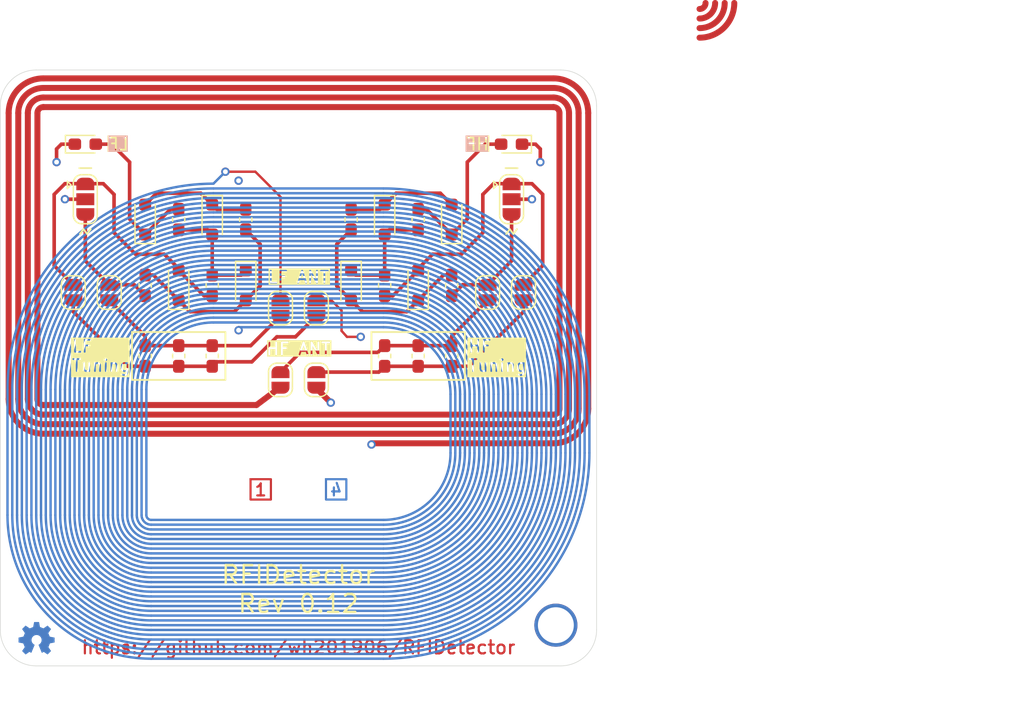
<source format=kicad_pcb>
(kicad_pcb (version 20240108) (generator "pcbnew") (generator_version "8.0")
  (title_block (title "RFIDetector") (rev "0.12") (company "wh201906"))
  (layers (0 "F.Cu" signal) (1 "In1.Cu" signal) (2 "In2.Cu" signal) (31 "B.Cu" signal) (34 "B.Paste" user) (35 "F.Paste" user) (36 "B.SilkS" user "B.Silkscreen") (37 "F.SilkS" user "F.Silkscreen") (38 "B.Mask" user) (39 "F.Mask" user) (44 "Edge.Cuts" user))
  (net 0 "")
  (net 1 "/125k_load_+")
  (net 2 "/125k_load_-")
  (net 3 "Net-(D1-A)")
  (net 4 "Net-(D3-K)")
  (net 5 "Net-(D4-K)")
  (net 6 "/13.56M_load_+")
  (net 7 "Net-(D10-K)")
  (net 8 "/13.56M_load_-")
  (net 9 "Net-(D10-A)")
  (net 10 "Net-(JP1-B)")
  (net 11 "Net-(JP2-B)")
  (net 12 "Net-(JP5-B)")
  (net 13 "Net-(JP6-B)")
  (net 14 "unconnected-(JP3-B-Pad2)")
  (net 17 "unconnected-(JP8-B-Pad2)")
  (net 18 "Net-(D2-K)")
  (net 19 "Net-(D7-K)")
  (net 20 "Net-(D8-K)")
  (net 21 "Net-(D1-K)")
  (net 22 "Net-(D6-K)")
  (footprint "Capacitor_SMD:C_0603_1608Metric_Pad1.08x0.95mm_HandSolder" (layer "F.Cu") (at 122.7 67.5 90)
    (property "Reference" "C5" (hide yes))
    (property "Value" "4.7n")
  )
  (footprint "LED_SMD:LED_0603_1608Metric_Pad1.05x0.95mm_HandSolder" (layer "F.Cu") (at 117.7 49.8)
    (property "Reference" "D1" (hide yes))
    (property "Value" "LED")
  )
  (footprint "Capacitor_SMD:C_0603_1608Metric_Pad1.08x0.95mm_HandSolder" (layer "F.Cu") (at 142.7 67.5 -90)
    (property "Reference" "C14" (hide yes))
    (property "Value" "0")
  )
  (footprint "Capacitor_SMD:C_0603_1608Metric_Pad1.08x0.95mm_HandSolder" (layer "F.Cu") (at 139.9 56.1 90)
    (property "Reference" "C10" (hide yes))
    (property "Value" "10u")
  )
  (footprint "Jumper:SolderJumper-2_P1.3mm_Open_RoundedPad1.0x1.5mm" (layer "F.Cu") (at 134 63.5 90)
    (property "Reference" "JP3" (hide yes))
    (property "Value" "SolderJumper_2_Open")
  )
  (footprint "Capacitor_SMD:C_0603_1608Metric_Pad1.08x0.95mm_HandSolder" (layer "F.Cu") (at 122.7 61.6 90)
    (property "Reference" "C1" (hide yes))
    (property "Value" "47u")
  )
  (footprint "Capacitor_SMD:C_0603_1608Metric_Pad1.08x0.95mm_HandSolder" (layer "F.Cu") (at 125.5 67.5 90)
    (property "Reference" "C6" (hide yes))
    (property "Value" "0")
  )
  (footprint "Jumper:SolderJumper-2_P1.3mm_Open_RoundedPad1.0x1.5mm" (layer "F.Cu") (at 119.7 62.2 -90)
    (property "Reference" "JP1" (hide yes))
    (property "Value" "SolderJumper_2_Open")
  )
  (footprint "Jumper:SolderJumper-2_P1.3mm_Open_RoundedPad1.0x1.5mm" (layer "F.Cu") (at 151.3 62.2 -90)
    (property "Reference" "JP5" (hide yes))
    (property "Value" "SolderJumper_2_Open")
  )
  (footprint "Diode_SMD:D_SOD-323_HandSoldering" (layer "F.Cu") (at 148.3 56.1 90)
    (property "Reference" "D10" (hide yes))
    (property "Value" "1N5819WS")
  )
  (footprint "Diode_SMD:D_SOD-323_HandSoldering" (layer "F.Cu") (at 131.1 61.6 -90)
    (property "Reference" "D3" (hide yes))
    (property "Value" "1N5819WS")
  )
  (footprint "Diode_SMD:D_SOD-323_HandSoldering" (layer "F.Cu") (at 125.5 61.6 90)
    (property "Reference" "D2" (hide yes))
    (property "Value" "1N5819WS")
  )
  (footprint "Capacitor_SMD:C_0603_1608Metric_Pad1.08x0.95mm_HandSolder" (layer "F.Cu") (at 145.5 67.5 -90)
    (property "Reference" "C13" (hide yes))
    (property "Value" "0")
  )
  (footprint "Capacitor_SMD:C_0603_1608Metric_Pad1.08x0.95mm_HandSolder" (layer "F.Cu") (at 128.3 61.6 90)
    (property "Reference" "C2" (hide yes))
    (property "Value" "47u")
  )
  (footprint "Diode_SMD:D_SOD-323_HandSoldering" (layer "F.Cu") (at 139.9 61.6 -90)
    (property "Reference" "D8" (hide yes))
    (property "Value" "1N5819WS")
  )
  (footprint "Capacitor_SMD:C_0603_1608Metric_Pad1.08x0.95mm_HandSolder" (layer "F.Cu") (at 131.1 56.1 90)
    (property "Reference" "C3" (hide yes))
    (property "Value" "47u")
  )
  (footprint "LED_SMD:LED_0603_1608Metric_Pad1.05x0.95mm_HandSolder" (layer "F.Cu") (at 153.3 49.8 180)
    (property "Reference" "D6" (hide yes))
    (property "Value" "LED")
  )
  (footprint "Capacitor_SMD:C_0603_1608Metric_Pad1.08x0.95mm_HandSolder" (layer "F.Cu") (at 148.3 67.5 -90)
    (property "Reference" "C12" (hide yes))
    (property "Value" "0")
  )
  (footprint "Jumper:SolderJumper-2_P1.3mm_Open_RoundedPad1.0x1.5mm" (layer "F.Cu") (at 134 69.5 -90)
    (property "Reference" "JP7" (hide yes))
    (property "Value" "SolderJumper_2_Open")
  )
  (footprint "Capacitor_SMD:C_0603_1608Metric_Pad1.08x0.95mm_HandSolder" (layer "F.Cu") (at 145.5 56.1 90)
    (property "Reference" "C11" (hide yes))
    (property "Value" "10u")
  )
  (footprint "Jumper:SolderJumper-2_P1.3mm_Open_RoundedPad1.0x1.5mm" (layer "F.Cu") (at 116.7 62.2 -90)
    (property "Reference" "JP2" (hide yes))
    (property "Value" "SolderJumper_2_Open")
  )
  (footprint "Diode_SMD:D_SOD-323_HandSoldering" (layer "F.Cu") (at 128.3 56.1 -90)
    (property "Reference" "D4" (hide yes))
    (property "Value" "1N5819WS")
  )
  (footprint "Jumper:SolderJumper-2_P1.3mm_Open_RoundedPad1.0x1.5mm" (layer "F.Cu") (at 137 69.5 -90)
    (property "Reference" "JP8" (hide yes))
    (property "Value" "SolderJumper_2_Open")
  )
  (footprint "Capacitor_SMD:C_0603_1608Metric_Pad1.08x0.95mm_HandSolder" (layer "F.Cu") (at 128.3 67.5 90)
    (property "Reference" "C7" (hide yes))
    (property "Value" "0")
  )
  (footprint "Jumper:SolderJumper-3_P1.3mm_Open_RoundedPad1.0x1.5mm" (layer "F.Cu") (at 153.3 54.4 -90)
    (property "Reference" "JP11" (hide yes))
    (property "Value" "SolderJumper_3_Open")
  )
  (footprint "Diode_SMD:D_SOD-323_HandSoldering" (layer "F.Cu") (at 122.7 56.1 90)
    (property "Reference" "D5" (hide yes))
    (property "Value" "1N5819WS")
  )
  (footprint "Jumper:SolderJumper-2_P1.3mm_Open_RoundedPad1.0x1.5mm" (layer "F.Cu") (at 137 63.5 90)
    (property "Reference" "JP4" (hide yes))
    (property "Value" "SolderJumper_2_Open")
  )
  (footprint "Capacitor_SMD:C_0603_1608Metric_Pad1.08x0.95mm_HandSolder" (layer "F.Cu") (at 142.7 61.6 90)
    (property "Reference" "C9" (hide yes))
    (property "Value" "10u")
  )
  (footprint "Diode_SMD:D_SOD-323_HandSoldering" (layer "F.Cu") (at 142.7 56.1 -90)
    (property "Reference" "D9" (hide yes))
    (property "Value" "1N5819WS")
  )
  (footprint "Jumper:SolderJumper-3_P1.3mm_Open_RoundedPad1.0x1.5mm" (layer "F.Cu") (at 117.7 54.4 -90)
    (property "Reference" "JP9" (hide yes))
    (property "Value" "SolderJumper_3_Open")
  )
  (footprint "Capacitor_SMD:C_0603_1608Metric_Pad1.08x0.95mm_HandSolder" (layer "F.Cu") (at 125.5 56.1 90)
    (property "Reference" "C4" (hide yes))
    (property "Value" "47u")
  )
  (footprint "Diode_SMD:D_SOD-323_HandSoldering" (layer "F.Cu") (at 145.5 61.6 90)
    (property "Reference" "D7" (hide yes))
    (property "Value" "1N5819WS")
  )
  (footprint "Capacitor_SMD:C_0603_1608Metric_Pad1.08x0.95mm_HandSolder" (layer "F.Cu") (at 148.3 61.6 90)
    (property "Reference" "C8" (hide yes))
    (property "Value" "10u")
  )
  (footprint "Jumper:SolderJumper-2_P1.3mm_Open_RoundedPad1.0x1.5mm" (layer "F.Cu") (at 154.3 62.2 -90)
    (property "Reference" "JP6" (hide yes))
    (property "Value" "SolderJumper_2_Open")
  )
  (gr_arc (start 170.3 38) (mid 169.919239 38.919239) (end 169 39.3) (stroke (width 0.5)) (layer "F.Cu"))
  (gr_line (start 159.7 47.2) (end 159.7 71.9) (stroke (width 0.5)) (layer "F.Cu") (net 17))
  (gr_line (start 114.2 74) (end 156.8 74) (stroke (width 0.5)) (layer "F.Cu") (net 17))
  (gr_line (start 141.6 74.8) (end 156.8 74.8) (stroke (width 0.5)) (layer "F.Cu") (net 17))
  (gr_line (start 138.3 62.9) (end 139.1 63.7) (stroke (width 0.2)) (layer "F.Cu") (net 14))
  (gr_line (start 134 70.1) (end 132 71.6) (stroke (width 0.5)) (layer "F.Cu") (net 16))
  (gr_line (start 112.1 47.2) (end 112.1 71.1) (stroke (width 0.5)) (layer "F.Cu") (net 17))
  (gr_line (start 139.1 65.4) (end 139.55 65.9) (stroke (width 0.2)) (layer "F.Cu") (net 14))
  (gr_arc (start 171.1 38) (mid 170.484924 39.484924) (end 169 40.1) (stroke (width 0.5)) (layer "F.Cu"))
  (gr_arc (start 114.2 71.6) (mid 113.846447 71.453553) (end 113.7 71.1) (stroke (width 0.5)) (layer "F.Cu") (net 17))
  (gr_arc (start 158.1 71.9) (mid 157.719239 72.819239) (end 156.8 73.2) (stroke (width 0.5)) (layer "F.Cu") (net 17))
  (gr_arc (start 156.8 44.3) (mid 158.85061 45.14939) (end 159.7 47.2) (stroke (width 0.5)) (layer "F.Cu") (net 17))
  (gr_line (start 114.2 71.6) (end 132 71.6) (stroke (width 0.5)) (layer "F.Cu") (net 17))
  (gr_arc (start 114.2 74) (mid 112.14939 73.15061) (end 111.3 71.1) (stroke (width 0.5)) (layer "F.Cu") (net 17))
  (gr_arc (start 112.9 47.2) (mid 113.280761 46.280761) (end 114.2 45.9) (stroke (width 0.5)) (layer "F.Cu") (net 17))
  (gr_arc (start 169.5 38) (mid 169.353553 38.353553) (end 169 38.5) (stroke (width 0.5)) (layer "F.Cu"))
  (gr_arc (start 113.7 47.2) (mid 113.846447 46.846447) (end 114.2 46.7) (stroke (width 0.5)) (layer "F.Cu") (net 17))
  (gr_line (start 114.2 72.4) (end 156.8 72.4) (stroke (width 0.5)) (layer "F.Cu") (net 17))
  (gr_line (start 158.9 47.2) (end 158.9 71.9) (stroke (width 0.5)) (layer "F.Cu") (net 17))
  (gr_line (start 138.2 71.4) (end 137 70.2) (stroke (width 0.5)) (layer "F.Cu") (net 17))
  (gr_arc (start 156.8 46.7) (mid 157.153553 46.846447) (end 157.3 47.2) (stroke (width 0.5)) (layer "F.Cu") (net 17))
  (gr_arc (start 111.3 47.2) (mid 112.14939 45.14939) (end 114.2 44.3) (stroke (width 0.5)) (layer "F.Cu") (net 17))
  (gr_arc (start 114.2 72.4) (mid 113.280761 72.019239) (end 112.9 71.1) (stroke (width 0.5)) (layer "F.Cu") (net 17))
  (gr_line (start 137 62.9) (end 138.3 62.9) (stroke (width 0.2)) (layer "F.Cu") (net 15))
  (gr_line (start 139.1 63.7) (end 139.1 65.4) (stroke (width 0.2)) (layer "F.Cu") (net 14))
  (gr_line (start 158.1 47.2) (end 158.1 71.9) (stroke (width 0.5)) (layer "F.Cu") (net 17))
  (gr_line (start 114.2 44.3) (end 156.8 44.3) (stroke (width 0.5)) (layer "F.Cu") (net 17))
  (gr_line (start 114.2 46.7) (end 156.8 46.7) (stroke (width 0.5)) (layer "F.Cu") (net 17))
  (gr_line (start 112.9 47.2) (end 112.9 71.1) (stroke (width 0.5)) (layer "F.Cu") (net 17))
  (gr_line (start 114.2 45.1) (end 156.8 45.1) (stroke (width 0.5)) (layer "F.Cu") (net 17))
  (gr_arc (start 159.7 71.9) (mid 158.85061 73.95061) (end 156.8 74.8) (stroke (width 0.5)) (layer "F.Cu") (net 17))
  (gr_rect (start 131.5 77.8) (end 133.2 79.5) (stroke (width 0.18)) (fill none) (layer "F.Cu"))
  (gr_arc (start 157.3 71.9) (mid 157.153553 72.253553) (end 156.8 72.4) (stroke (width 0.5)) (layer "F.Cu") (net 17))
  (gr_line (start 139.55 65.9) (end 140.7 65.9) (stroke (width 0.2)) (layer "F.Cu") (net 14))
  (gr_arc (start 156.8 45.1) (mid 158.284924 45.715076) (end 158.9 47.2) (stroke (width 0.5)) (layer "F.Cu") (net 17))
  (gr_arc (start 112.1 47.2) (mid 112.715076 45.715076) (end 114.2 45.1) (stroke (width 0.5)) (layer "F.Cu") (net 17))
  (gr_line (start 134 62.9) (end 134 54.2) (stroke (width 0.2)) (layer "F.Cu") (net 14))
  (gr_line (start 131.9 52.1) (end 129.4 52.1) (stroke (width 0.2)) (layer "F.Cu") (net 14))
  (gr_arc (start 171.9 38) (mid 171.05061 40.05061) (end 169 40.9) (stroke (width 0.5)) (layer "F.Cu"))
  (gr_arc (start 156.8 45.9) (mid 157.719239 46.280761) (end 158.1 47.2) (stroke (width 0.5)) (layer "F.Cu") (net 17))
  (gr_line (start 114.2 73.2) (end 156.8 73.2) (stroke (width 0.5)) (layer "F.Cu") (net 17))
  (gr_line (start 157.3 47.2) (end 157.3 71.9) (stroke (width 0.5)) (layer "F.Cu") (net 17))
  (gr_line (start 113.7 47.2) (end 113.7 71.1) (stroke (width 0.5)) (layer "F.Cu") (net 17))
  (gr_arc (start 114.2 73.2) (mid 112.715076 72.584924) (end 112.1 71.1) (stroke (width 0.5)) (layer "F.Cu") (net 17))
  (gr_line (start 114.2 45.9) (end 156.8 45.9) (stroke (width 0.5)) (layer "F.Cu") (net 17))
  (gr_line (start 131.9 52.1) (end 134 54.2) (stroke (width 0.2)) (layer "F.Cu") (net 14))
  (gr_line (start 111.3 47.2) (end 111.3 71.1) (stroke (width 0.5)) (layer "F.Cu") (net 17))
  (gr_arc (start 158.9 71.9) (mid 158.284924 73.384924) (end 156.8 74) (stroke (width 0.5)) (layer "F.Cu") (net 17))
  (gr_arc (start 115.2 70.3) (mid 119.06619 60.96619) (end 128.4 57.1) (stroke (width 0.2)) (layer "B.Cu") (net 14))
  (gr_arc (start 112 70.3) (mid 116.803449 58.703449) (end 128.4 53.9) (stroke (width 0.2)) (layer "B.Cu") (net 14))
  (gr_arc (start 142.6 56.7) (mid 152.499495 60.800505) (end 156.6 70.7) (stroke (width 0.2)) (layer "B.Cu") (net 14))
  (gr_line (start 123.2 88) (end 142.6 88) (stroke (width 0.2)) (layer "B.Cu") (net 14))
  (gr_line (start 151 70.7) (end 151 75.6) (stroke (width 0.2)) (layer "B.Cu") (net 14))
  (gr_line (start 123.2 81.2) (end 142.6 81.2) (stroke (width 0.2)) (layer "B.Cu") (net 14))
  (gr_line (start 123.2 82) (end 142.6 82) (stroke (width 0.2)) (layer "B.Cu") (net 14))
  (gr_arc (start 152.6 75.6) (mid 149.671068 82.671068) (end 142.6 85.6) (stroke (width 0.2)) (layer "B.Cu") (net 14))
  (gr_arc (start 123.2 89.2) (mid 117.260303 86.739697) (end 114.8 80.8) (stroke (width 0.2)) (layer "B.Cu") (net 14))
  (gr_arc (start 142.6 54.3) (mid 154.196551 59.103449) (end 159 70.7) (stroke (width 0.2)) (layer "B.Cu") (net 14))
  (gr_line (start 116 70.3) (end 116 80.8) (stroke (width 0.2)) (layer "B.Cu") (net 14))
  (gr_arc (start 122.8 70.3) (mid 124.440202 66.340202) (end 128.4 64.7) (stroke (width 0.2)) (layer "B.Cu") (net 14))
  (gr_line (start 128.4 56.7) (end 142.6 56.7) (stroke (width 0.2)) (layer "B.Cu") (net 14))
  (gr_arc (start 122 70.3) (mid 123.874517 65.774517) (end 128.4 63.9) (stroke (width 0.2)) (layer "B.Cu") (net 14))
  (gr_arc (start 142.6 56.3) (mid 152.782338 60.517662) (end 157 70.7) (stroke (width 0.2)) (layer "B.Cu") (net 14))
  (gr_line (start 123.2 83.2) (end 142.6 83.2) (stroke (width 0.2)) (layer "B.Cu") (net 14))
  (gr_line (start 128.4 57.9) (end 142.6 57.9) (stroke (width 0.2)) (layer "B.Cu") (net 14))
  (gr_line (start 113.6 70.3) (end 113.6 80.8) (stroke (width 0.2)) (layer "B.Cu") (net 14))
  (gr_line (start 154.2 70.7) (end 154.2 75.6) (stroke (width 0.2)) (layer "B.Cu") (net 14))
  (gr_line (start 128.4 58.3) (end 142.6 58.3) (stroke (width 0.2)) (layer "B.Cu") (net 14))
  (gr_arc (start 114 70.3) (mid 118.217662 60.117662) (end 128.4 55.9) (stroke (width 0.2)) (layer "B.Cu") (net 14))
  (gr_line (start 128.4 63.1) (end 142.6 63.1) (stroke (width 0.2)) (layer "B.Cu") (net 14))
  (gr_arc (start 113.2 70.3) (mid 117.651977 59.551977) (end 128.4 55.1) (stroke (width 0.2)) (layer "B.Cu") (net 14))
  (gr_line (start 128.4 53.5) (end 142.6 53.5) (stroke (width 0.2)) (layer "B.Cu") (net 14))
  (gr_arc (start 142.6 60.3) (mid 149.953911 63.346089) (end 153 70.7) (stroke (width 0.2)) (layer "B.Cu") (net 14))
  (gr_line (start 116.8 70.3) (end 116.8 80.8) (stroke (width 0.2)) (layer "B.Cu") (net 14))
  (gr_arc (start 159.8 75.6) (mid 154.762236 87.762236) (end 142.6 92.8) (stroke (width 0.2)) (layer "B.Cu") (net 14))
  (gr_arc (start 123.2 88.4) (mid 117.825989 86.174011) (end 115.6 80.8) (stroke (width 0.2)) (layer "B.Cu") (net 14))
  (gr_line (start 128.4 58.7) (end 142.6 58.7) (stroke (width 0.2)) (layer "B.Cu") (net 14))
  (gr_arc (start 149.4 75.6) (mid 147.408326 80.408326) (end 142.6 82.4) (stroke (width 0.2)) (layer "B.Cu") (net 14))
  (gr_arc (start 123.2 88.8) (mid 117.543146 86.456854) (end 115.2 80.8) (stroke (width 0.2)) (layer "B.Cu") (net 14))
  (gr_line (start 128.4 55.5) (end 142.6 55.5) (stroke (width 0.2)) (layer "B.Cu") (net 14))
  (gr_arc (start 116.8 70.3) (mid 120.197561 62.097561) (end 128.4 58.7) (stroke (width 0.2)) (layer "B.Cu") (net 14))
  (gr_arc (start 151.8 75.6) (mid 149.105382 82.105382) (end 142.6 84.8) (stroke (width 0.2)) (layer "B.Cu") (net 14))
  (gr_line (start 123.2 88.8) (end 142.6 88.8) (stroke (width 0.2)) (layer "B.Cu") (net 14))
  (gr_line (start 128.4 60.3) (end 142.6 60.3) (stroke (width 0.2)) (layer "B.Cu") (net 14))
  (gr_line (start 116.4 70.3) (end 116.4 80.8) (stroke (width 0.2)) (layer "B.Cu") (net 14))
  (gr_arc (start 123.2 88) (mid 118.108831 85.891169) (end 116 80.8) (stroke (width 0.2)) (layer "B.Cu") (net 14))
  (gr_arc (start 142.6 61.1) (mid 149.388225 63.911775) (end 152.2 70.7) (stroke (width 0.2)) (layer "B.Cu") (net 14))
  (gr_arc (start 123.2 92.8) (mid 114.714719 89.285281) (end 111.2 80.8) (stroke (width 0.2)) (layer "B.Cu") (net 14))
  (gr_arc (start 123.2 87.6) (mid 118.391674 85.608326) (end 116.4 80.8) (stroke (width 0.2)) (layer "B.Cu") (net 14))
  (gr_line (start 128.4 59.1) (end 142.6 59.1) (stroke (width 0.2)) (layer "B.Cu") (net 14))
  (gr_line (start 115.6 70.3) (end 115.6 80.8) (stroke (width 0.2)) (layer "B.Cu") (net 14))
  (gr_line (start 156.2 70.7) (end 156.2 75.6) (stroke (width 0.2)) (layer "B.Cu") (net 14))
  (gr_line (start 128.4 62.7) (end 142.6 62.7) (stroke (width 0.2)) (layer "B.Cu") (net 14))
  (gr_line (start 123.2 85.6) (end 142.6 85.6) (stroke (width 0.2)) (layer "B.Cu") (net 14))
  (gr_arc (start 118.4 70.3) (mid 121.328932 63.228932) (end 128.4 60.3) (stroke (width 0.2)) (layer "B.Cu") (net 14))
  (gr_arc (start 123.2 86.4) (mid 119.240202 84.759798) (end 117.6 80.8) (stroke (width 0.2)) (layer "B.Cu") (net 14))
  (gr_arc (start 118 70.3) (mid 121.046089 62.946089) (end 128.4 59.9) (stroke (width 0.2)) (layer "B.Cu") (net 14))
  (gr_arc (start 119.6 70.3) (mid 122.17746 64.07746) (end 128.4 61.5) (stroke (width 0.2)) (layer "B.Cu") (net 14))
  (gr_arc (start 155.8 75.6) (mid 151.93381 84.93381) (end 142.6 88.8) (stroke (width 0.2)) (layer "B.Cu") (net 14))
  (gr_arc (start 120.8 70.3) (mid 123.025988 64.925988) (end 128.4 62.7) (stroke (width 0.2)) (layer "B.Cu") (net 14))
  (gr_arc (start 153 75.6) (mid 149.953911 82.953911) (end 142.6 86) (stroke (width 0.2)) (layer "B.Cu") (net 14))
  (gr_line (start 119.2 70.3) (end 119.2 80.8) (stroke (width 0.2)) (layer "B.Cu") (net 14))
  (gr_arc (start 123.2 90.8) (mid 116.128932 87.871068) (end 113.2 80.8) (stroke (width 0.2)) (layer "B.Cu") (net 14))
  (gr_line (start 155.8 70.7) (end 155.8 75.6) (stroke (width 0.2)) (layer "B.Cu") (net 14))
  (gr_arc (start 142.6 57.1) (mid 152.216652 61.083348) (end 156.2 70.7) (stroke (width 0.2)) (layer "B.Cu") (net 14))
  (gr_arc (start 151.4 75.6) (mid 148.82254 81.82254) (end 142.6 84.4) (stroke (width 0.2)) (layer "B.Cu") (net 14))
  (gr_line (start 123.2 84.4) (end 142.6 84.4) (stroke (width 0.2)) (layer "B.Cu") (net 14))
  (gr_line (start 128.4 55.9) (end 142.6 55.9) (stroke (width 0.2)) (layer "B.Cu") (net 14))
  (gr_arc (start 123.2 90.4) (mid 116.411775 87.588225) (end 113.6 80.8) (stroke (width 0.2)) (layer "B.Cu") (net 14))
  (gr_line (start 123.2 86.4) (end 142.6 86.4) (stroke (width 0.2)) (layer "B.Cu") (net 14))
  (gr_line (start 128.4 56.3) (end 142.6 56.3) (stroke (width 0.2)) (layer "B.Cu") (net 14))
  (gr_line (start 150.2 70.7) (end 150.2 75.6) (stroke (width 0.2)) (layer "B.Cu") (net 14))
  (gr_line (start 153 70.7) (end 153 75.6) (stroke (width 0.2)) (layer "B.Cu") (net 14))
  (gr_arc (start 123.2 84.4) (mid 120.654416 83.345584) (end 119.6 80.8) (stroke (width 0.2)) (layer "B.Cu") (net 14))
  (gr_line (start 151.8 70.7) (end 151.8 75.6) (stroke (width 0.2)) (layer "B.Cu") (net 14))
  (gr_line (start 157 70.7) (end 157 75.6) (stroke (width 0.2)) (layer "B.Cu") (net 14))
  (gr_line (start 128.4 61.5) (end 142.6 61.5) (stroke (width 0.2)) (layer "B.Cu") (net 14))
  (gr_line (start 115.2 70.3) (end 115.2 80.8) (stroke (width 0.2)) (layer "B.Cu") (net 14))
  (gr_line (start 159.4 70.7) (end 159.4 75.6) (stroke (width 0.2)) (layer "B.Cu") (net 14))
  (gr_arc (start 142.6 63.9) (mid 147.408326 65.891674) (end 149.4 70.7) (stroke (width 0.2)) (layer "B.Cu") (net 14))
  (gr_arc (start 120.4 70.3) (mid 122.743146 64.643146) (end 128.4 62.3) (stroke (width 0.2)) (layer "B.Cu") (net 14))
  (gr_arc (start 142.6 61.9) (mid 148.82254 64.47746) (end 151.4 70.7) (stroke (width 0.2)) (layer "B.Cu") (net 14))
  (gr_arc (start 123.2 81.2) (mid 122.917158 81.082842) (end 122.8 80.8) (stroke (width 0.2)) (layer "B.Cu") (net 14))
  (gr_line (start 157.8 70.7) (end 157.8 75.6) (stroke (width 0.2)) (layer "B.Cu") (net 14))
  (gr_arc (start 150.2 75.6) (mid 147.974012 80.974012) (end 142.6 83.2) (stroke (width 0.2)) (layer "B.Cu") (net 14))
  (gr_line (start 117.6 70.3) (end 117.6 80.8) (stroke (width 0.2)) (layer "B.Cu") (net 14))
  (gr_line (start 120.4 70.3) (end 120.4 80.8) (stroke (width 0.2)) (layer "B.Cu") (net 14))
  (gr_arc (start 159.4 75.6) (mid 154.479394 87.479394) (end 142.6 92.4) (stroke (width 0.2)) (layer "B.Cu") (net 14))
  (gr_arc (start 142.6 64.7) (mid 146.842641 66.457359) (end 148.6 70.7) (stroke (width 0.2)) (layer "B.Cu") (net 14))
  (gr_arc (start 157 75.6) (mid 152.782337 85.782337) (end 142.6 90) (stroke (width 0.2)) (layer "B.Cu") (net 14))
  (gr_arc (start 155.4 75.6) (mid 151.650967 84.650967) (end 142.6 88.4) (stroke (width 0.2)) (layer "B.Cu") (net 14))
  (gr_arc (start 156.2 75.6) (mid 152.216652 85.216652) (end 142.6 89.2) (stroke (width 0.2)) (layer "B.Cu") (net 14))
  (gr_line (start 123.2 84.8) (end 142.6 84.8) (stroke (width 0.2)) (layer "B.Cu") (net 14))
  (gr_arc (start 142.6 55.9) (mid 153.06518 60.23482) (end 157.4 70.7) (stroke (width 0.2)) (layer "B.Cu") (net 14))
  (gr_arc (start 114.8 70.3) (mid 118.783348 60.683348) (end 128.4 56.7) (stroke (width 0.2)) (layer "B.Cu") (net 14))
  (gr_arc (start 112.4 70.3) (mid 117.086292 58.986292) (end 128.4 54.3) (stroke (width 0.2)) (layer "B.Cu") (net 14))
  (gr_line (start 129.4 52.1) (end 128.4 53.1) (stroke (width 0.2)) (layer "B.Cu") (net 14))
  (gr_arc (start 153.4 75.6) (mid 150.236753 83.236753) (end 142.6 86.4) (stroke (width 0.2)) (layer "B.Cu") (net 14))
  (gr_line (start 128.4 64.3) (end 142.6 64.3) (stroke (width 0.2)) (layer "B.Cu") (net 14))
  (gr_line (start 123.2 88.4) (end 142.6 88.4) (stroke (width 0.2)) (layer "B.Cu") (net 14))
  (gr_line (start 120.8 70.3) (end 120.8 80.8) (stroke (width 0.2)) (layer "B.Cu") (net 14))
  (gr_arc (start 123.2 89.6) (mid 116.977461 87.022539) (end 114.4 80.8) (stroke (width 0.2)) (layer "B.Cu") (net 14))
  (gr_rect (start 137.8 77.8) (end 139.5 79.5) (stroke (width 0.18)) (fill none) (layer "B.Cu"))
  (gr_arc (start 123.2 92) (mid 115.280404 88.719596) (end 112 80.8) (stroke (width 0.2)) (layer "B.Cu") (net 14))
  (gr_line (start 123.2 84) (end 142.6 84) (stroke (width 0.2)) (layer "B.Cu") (net 14))
  (gr_line (start 128.4 59.9) (end 142.6 59.9) (stroke (width 0.2)) (layer "B.Cu") (net 14))
  (gr_line (start 123.2 90) (end 142.6 90) (stroke (width 0.2)) (layer "B.Cu") (net 14))
  (gr_arc (start 123.2 91.6) (mid 115.563247 88.436753) (end 112.4 80.8) (stroke (width 0.2)) (layer "B.Cu") (net 14))
  (gr_line (start 148.6 70.7) (end 148.6 75.6) (stroke (width 0.2)) (layer "B.Cu") (net 14))
  (gr_arc (start 116.4 70.3) (mid 119.914719 61.814719) (end 128.4 58.3) (stroke (width 0.2)) (layer "B.Cu") (net 14))
  (gr_line (start 128.4 60.7) (end 142.6 60.7) (stroke (width 0.2)) (layer "B.Cu") (net 14))
  (gr_line (start 118.4 70.3) (end 118.4 80.8) (stroke (width 0.2)) (layer "B.Cu") (net 14))
  (gr_line (start 123.2 89.6) (end 142.6 89.6) (stroke (width 0.2)) (layer "B.Cu") (net 14))
  (gr_line (start 122 70.3) (end 122 80.8) (stroke (width 0.2)) (layer "B.Cu") (net 14))
  (gr_line (start 113.2 70.3) (end 113.2 80.8) (stroke (width 0.2)) (layer "B.Cu") (net 14))
  (gr_arc (start 142.6 62.3) (mid 148.539697 64.760303) (end 151 70.7) (stroke (width 0.2)) (layer "B.Cu") (net 14))
  (gr_arc (start 117.6 70.3) (mid 120.763247 62.663247) (end 128.4 59.5) (stroke (width 0.2)) (layer "B.Cu") (net 14))
  (gr_line (start 118 70.3) (end 118 80.8) (stroke (width 0.2)) (layer "B.Cu") (net 14))
  (gr_arc (start 154.6 75.6) (mid 151.085281 84.085281) (end 142.6 87.6) (stroke (width 0.2)) (layer "B.Cu") (net 14))
  (gr_arc (start 119.2 70.3) (mid 121.894618 63.794618) (end 128.4 61.1) (stroke (width 0.2)) (layer "B.Cu") (net 14))
  (gr_line (start 150.6 70.7) (end 150.6 75.6) (stroke (width 0.2)) (layer "B.Cu") (net 14))
  (gr_arc (start 142.6 61.5) (mid 149.105382 64.194618) (end 151.8 70.7) (stroke (width 0.2)) (layer "B.Cu") (net 14))
  (gr_arc (start 152.2 75.6) (mid 149.388225 82.388225) (end 142.6 85.2) (stroke (width 0.2)) (layer "B.Cu") (net 14))
  (gr_arc (start 123.2 82) (mid 122.351472 81.648528) (end 122 80.8) (stroke (width 0.2)) (layer "B.Cu") (net 14))
  (gr_line (start 128.4 57.5) (end 142.6 57.5) (stroke (width 0.2)) (layer "B.Cu") (net 14))
  (gr_line (start 123.2 92.4) (end 142.6 92.4) (stroke (width 0.2)) (layer "B.Cu") (net 14))
  (gr_arc (start 123.2 86.8) (mid 118.95736 85.04264) (end 117.2 80.8) (stroke (width 0.2)) (layer "B.Cu") (net 14))
  (gr_line (start 123.2 91.6) (end 142.6 91.6) (stroke (width 0.2)) (layer "B.Cu") (net 14))
  (gr_arc (start 158.2 75.6) (mid 153.630865 86.630865) (end 142.6 91.2) (stroke (width 0.2)) (layer "B.Cu") (net 14))
  (gr_line (start 123.2 86.8) (end 142.6 86.8) (stroke (width 0.2)) (layer "B.Cu") (net 14))
  (gr_line (start 159.8 70.7) (end 159.8 75.6) (stroke (width 0.2)) (layer "B.Cu") (net 14))
  (gr_line (start 123.2 90.8) (end 142.6 90.8) (stroke (width 0.2)) (layer "B.Cu") (net 14))
  (gr_line (start 157.4 70.7) (end 157.4 75.6) (stroke (width 0.2)) (layer "B.Cu") (net 14))
  (gr_arc (start 123.2 82.4) (mid 122.068629 81.931371) (end 121.6 80.8) (stroke (width 0.2)) (layer "B.Cu") (net 14))
  (gr_arc (start 158.6 75.6) (mid 153.913708 86.913708) (end 142.6 91.6) (stroke (width 0.2)) (layer "B.Cu") (net 14))
  (gr_line (start 152.6 70.7) (end 152.6 75.6) (stroke (width 0.2)) (layer "B.Cu") (net 14))
  (gr_arc (start 157.8 75.6) (mid 153.348023 86.348023) (end 142.6 90.8) (stroke (width 0.2)) (layer "B.Cu") (net 14))
  (gr_arc (start 142.6 55.5) (mid 153.348023 59.951977) (end 157.8 70.7) (stroke (width 0.2)) (layer "B.Cu") (net 14))
  (gr_line (start 123.2 82.8) (end 142.6 82.8) (stroke (width 0.2)) (layer "B.Cu") (net 14))
  (gr_arc (start 120 70.3) (mid 122.460303 64.360303) (end 128.4 61.9) (stroke (width 0.2)) (layer "B.Cu") (net 14))
  (gr_line (start 118.8 70.3) (end 118.8 80.8) (stroke (width 0.2)) (layer "B.Cu") (net 14))
  (gr_arc (start 142.6 55.1) (mid 153.630866 59.669134) (end 158.2 70.7) (stroke (width 0.2)) (layer "B.Cu") (net 14))
  (gr_arc (start 142.6 60.7) (mid 149.671068 63.628932) (end 152.6 70.7) (stroke (width 0.2)) (layer "B.Cu") (net 14))
  (gr_line (start 155 70.7) (end 155 75.6) (stroke (width 0.2)) (layer "B.Cu") (net 14))
  (gr_arc (start 149.8 75.6) (mid 147.691169 80.691169) (end 142.6 82.8) (stroke (width 0.2)) (layer "B.Cu") (net 14))
  (gr_line (start 149 70.7) (end 149 75.6) (stroke (width 0.2)) (layer "B.Cu") (net 14))
  (gr_arc (start 123.2 90) (mid 116.694618 87.305382) (end 114 80.8) (stroke (width 0.2)) (layer "B.Cu") (net 14))
  (gr_arc (start 142.6 65.1) (mid 146.559798 66.740202) (end 148.2 70.7) (stroke (width 0.2)) (layer "B.Cu") (net 14))
  (gr_line (start 111.2 70.3) (end 111.2 80.8) (stroke (width 0.2)) (layer "B.Cu") (net 14))
  (gr_arc (start 142.6 59.9) (mid 150.236753 63.063247) (end 153.4 70.7) (stroke (width 0.2)) (layer "B.Cu") (net 14))
  (gr_arc (start 123.2 84.8) (mid 120.371573 83.628427) (end 119.2 80.8) (stroke (width 0.2)) (layer "B.Cu") (net 14))
  (gr_arc (start 148.6 75.6) (mid 146.842641 79.842641) (end 142.6 81.6) (stroke (width 0.2)) (layer "B.Cu") (net 14))
  (gr_line (start 128.4 53.9) (end 142.6 53.9) (stroke (width 0.2)) (layer "B.Cu") (net 14))
  (gr_line (start 153.4 70.7) (end 153.4 75.6) (stroke (width 0.2)) (layer "B.Cu") (net 14))
  (gr_line (start 111.6 70.3) (end 111.6 80.8) (stroke (width 0.2)) (layer "B.Cu") (net 14))
  (gr_line (start 114 70.3) (end 114 80.8) (stroke (width 0.2)) (layer "B.Cu") (net 14))
  (gr_line (start 120 70.3) (end 120 80.8) (stroke (width 0.2)) (layer "B.Cu") (net 14))
  (gr_line (start 128.4 54.3) (end 142.6 54.3) (stroke (width 0.2)) (layer "B.Cu") (net 14))
  (gr_line (start 123.2 86) (end 142.6 86) (stroke (width 0.2)) (layer "B.Cu") (net 14))
  (gr_arc (start 148.2 75.6) (mid 146.559798 79.559798) (end 142.6 81.2) (stroke (width 0.2)) (layer "B.Cu") (net 14))
  (gr_poly (pts (xy 113.821178 89.735367) (xy 113.822034 89.735431) (xy 113.822886 89.735536) (xy 113.823732 89.735681) (xy 113.824572 89.735864) (xy 113.825404 89.736086) (xy 113.826226 89.736345) (xy 113.827037 89.73664) (xy 113.827837 89.736969) (xy 113.828624 89.737332) (xy 113.829396 89.737728) (xy 113.830153 89.738156) (xy 113.830892 89.738614) (xy 113.831614 89.739102) (xy 113.832316 89.739618) (xy 113.832997 89.740162) (xy 113.833656 89.740732) (xy 113.834292 89.741327) (xy 113.834904 89.741947) (xy 113.83549 89.74259) (xy 113.836048 89.743256) (xy 113.836578 89.743942) (xy 113.837079 89.744649) (xy 113.837549 89.745375) (xy 113.837986 89.746118) (xy 113.83839 89.746879) (xy 113.83876 89.747656) (xy 113.839093 89.748447) (xy 113.839389 89.749253) (xy 113.839647 89.750071) (xy 113.839865 89.7509) (xy 113.840042 89.751741) (xy 113.911222 90.134131) (xy 113.911402 90.134979) (xy 113.91162 90.135829) (xy 113.912167 90.137532) (xy 113.912854 90.13923) (xy 113.913671 90.140912) (xy 113.914608 90.142565) (xy 113.915655 90.144181) (xy 113.916804 90.145746) (xy 113.918045 90.147251) (xy 113.919367 90.148684) (xy 113.920762 90.150034) (xy 113.922219 90.151289) (xy 113.92373 90.15244) (xy 113.925284 90.153474) (xy 113.926873 90.15438) (xy 113.927676 90.154782) (xy 113.928485 90.155148) (xy 113.929298 90.155477) (xy 113.930113 90.155766) (xy 114.186404 90.26068) (xy 114.187996 90.261381) (xy 114.189685 90.261967) (xy 114.191455 90.262438) (xy 114.193292 90.262795) (xy 114.19518 90.26304) (xy 114.197106 90.263174) (xy 114.199053 90.263198) (xy 114.201008 90.263112) (xy 114.202955 90.262918) (xy 114.20488 90.262616) (xy 114.206767 90.262208) (xy 114.208602 90.261695) (xy 114.21037 90.261078) (xy 114.212056 90.260358) (xy 114.213646 90.259535) (xy 114.215123 90.258611) (xy 114.534588 90.039383) (xy 114.535307 90.038914) (xy 114.536048 90.038482) (xy 114.536809 90.038086) (xy 114.537588 90.037726) (xy 114.538383 90.037402) (xy 114.539193 90.037114) (xy 114.540016 90.036862) (xy 114.54085 90.036646) (xy 114.541695 90.036465) (xy 114.542547 90.036319) (xy 114.544271 90.036133) (xy 114.546009 90.036086) (xy 114.547747 90.036178) (xy 114.549473 90.036406) (xy 114.551173 90.036771) (xy 114.552835 90.03727) (xy 114.553648 90.03757) (xy 114.554446 90.037903) (xy 114.555228 90.038269) (xy 114.555992 90.038667) (xy 114.556737 90.039099) (xy 114.557461 90.039563) (xy 114.558162 90.04006) (xy 114.558839 90.040589) (xy 114.55949 90.041151) (xy 114.560114 90.041744) (xy 114.829157 90.310787) (xy 114.82975 90.311411) (xy 114.830311 90.312062) (xy 114.830839 90.312739) (xy 114.831335 90.313441) (xy 114.831799 90.314165) (xy 114.832229 90.314911) (xy 114.832992 90.316458) (xy 114.833622 90.31807) (xy 114.834118 90.319734) (xy 114.83448 90.321437) (xy 114.834706 90.323165) (xy 114.834796 90.324905) (xy 114.834748 90.326644) (xy 114.834561 90.32837) (xy 114.834236 90.330069) (xy 114.833769 90.331728) (xy 114.833483 90.332539) (xy 114.833162 90.333334) (xy 114.832804 90.334113) (xy 114.832411 90.334874) (xy 114.831983 90.335615) (xy 114.831518 90.336335) (xy 114.616112 90.65029) (xy 114.615186 90.651774) (xy 114.614364 90.653366) (xy 114.613647 90.655051) (xy 114.613036 90.656815) (xy 114.612532 90.658643) (xy 114.612135 90.660522) (xy 114.611848 90.662436) (xy 114.611671 90.664371) (xy 114.611604 90.666313) (xy 114.611649 90.668246) (xy 114.611806 90.670158) (xy 114.612077 90.672033) (xy 114.612462 90.673856) (xy 114.612963 90.675614) (xy 114.613579 90.677291) (xy 114.614313 90.678874) (xy 114.727638 90.943261) (xy 114.728286 90.944885) (xy 114.729081 90.946493) (xy 114.730014 90.948078) (xy 114.731073 90.949628) (xy 114.732247 90.951134) (xy 114.733525 90.952588) (xy 114.734894 90.953978) (xy 114.736345 90.955296) (xy 114.737865 90.956532) (xy 114.739445 90.957677) (xy 114.741071 90.95872) (xy 114.742734 90.959653) (xy 114.744421 90.960466) (xy 114.746122 90.961148) (xy 114.747826 90.961691) (xy 114.749521 90.962085) (xy 115.119227 91.030836) (xy 115.120065 91.031017) (xy 115.120893 91.031238) (xy 115.12171 91.0315) (xy 115.122513 91.031799) (xy 115.123303 91.032135) (xy 115.124078 91.032507) (xy 115.124837 91.032913) (xy 115.12558 91.033352) (xy 115.12701 91.034326) (xy 115.128359 91.035416) (xy 115.12962 91.036615) (xy 115.130784 91.037912) (xy 115.131842 91.039296) (xy 115.132785 91.040758) (xy 115.133607 91.042288) (xy 115.133969 91.043075) (xy 115.134297 91.043875) (xy 115.13459 91.044688) (xy 115.134847 91.045511) (xy 115.135068 91.046343) (xy 115.13525 91.047184) (xy 115.135393 91.048032) (xy 115.135496 91.048885) (xy 115.135558 91.049743) (xy 115.135577 91.050604) (xy 115.135532 91.431105) (xy 115.13551 91.431965) (xy 115.135447 91.432821) (xy 115.135342 91.433674) (xy 115.135196 91.434521) (xy 115.135012 91.435361) (xy 115.13479 91.436194) (xy 115.13453 91.437018) (xy 115.134235 91.437831) (xy 115.133905 91.438632) (xy 115.133541 91.43942) (xy 115.133145 91.440194) (xy 115.132716 91.440952) (xy 115.132258 91.441694) (xy 115.131769 91.442417) (xy 115.131252 91.443121) (xy 115.130708 91.443803) (xy 115.130137 91.444464) (xy 115.129541 91.445102) (xy 115.128921 91.445715) (xy 115.128278 91.446301) (xy 115.127612 91.446861) (xy 115.126926 91.447392) (xy 115.126219 91.447893) (xy 115.125494 91.448364) (xy 115.124751 91.448801) (xy 115.123991 91.449206) (xy 115.123215 91.449575) (xy 115.122424 91.449908) (xy 115.12162 91.450203) (xy 115.120804 91.45046) (xy 115.119976 91.450676) (xy 115.119137 91.450851) (xy 114.758517 91.51796) (xy 114.757668 91.518134) (xy 114.756817 91.518347) (xy 114.755966 91.518599) (xy 114.755115 91.518887) (xy 114.753423 91.51957) (xy 114.75175 91.520385) (xy 114.750107 91.521323) (xy 114.748506 91.522374) (xy 114.746956 91.523527) (xy 114.74547 91.524775) (xy 114.744057 91.526105) (xy 114.742728 91.527509) (xy 114.741494 91.528976) (xy 114.740366 91.530497) (xy 114.739355 91.532061) (xy 114.738471 91.53366) (xy 114.737725 91.535282) (xy 114.737408 91.536099) (xy 114.737129 91.536919) (xy 114.624546 91.818151) (xy 114.62385 91.819751) (xy 114.623269 91.821445) (xy 114.622803 91.823219) (xy 114.622451 91.825058) (xy 114.622211 91.826947) (xy 114.622082 91.828873) (xy 114.622063 91.830819) (xy 114.622154 91.832772) (xy 114.622352 91.834717) (xy 114.622657 91.836639) (xy 114.623067 91.838523) (xy 114.623581 91.840356) (xy 114.624199 91.842121) (xy 114.624919 91.843805) (xy 114.62574 91.845393) (xy 114.62666 91.84687) (xy 114.831517 92.145375) (xy 114.831986 92.146094) (xy 114.832418 92.146836) (xy 114.832814 92.147597) (xy 114.833174 92.148376) (xy 114.833498 92.149172) (xy 114.833786 92.149983) (xy 114.834038 92.150808) (xy 114.834254 92.151644) (xy 114.834435 92.15249) (xy 114.834581 92.153345) (xy 114.834767 92.155072) (xy 114.834814 92.156814) (xy 114.834722 92.158556) (xy 114.834494 92.160286) (xy 114.834129 92.161991) (xy 114.83363 92.163656) (xy 114.83333 92.164471) (xy 114.832998 92.16527) (xy 114.832632 92.166054) (xy 114.832233 92.166819) (xy 114.831801 92.167565) (xy 114.831337 92.16829) (xy 114.83084 92.168992) (xy 114.830311 92.16967) (xy 114.82975 92.170321) (xy 114.829156 92.170945) (xy 114.560068 92.439988) (xy 114.559449 92.440577) (xy 114.558801 92.441135) (xy 114.558127 92.44166) (xy 114.557428 92.442154) (xy 114.556706 92.442615) (xy 114.555963 92.443044) (xy 114.554419 92.443804) (xy 114.55281 92.444433) (xy 114.551148 92.44493) (xy 114.549446 92.445292) (xy 114.547719 92.44552) (xy 114.545978 92.445613) (xy 114.544238 92.445567) (xy 114.542511 92.445384) (xy 114.540811 92.445061) (xy 114.539151 92.444597) (xy 114.53834 92.444312) (xy 114.537544 92.443991) (xy 114.536765 92.443635) (xy 114.536004 92.443243) (xy 114.535262 92.442814) (xy 114.534543 92.442349) (xy 114.241301 92.24109) (xy 114.239827 92.240173) (xy 114.238248 92.239368) (xy 114.236579 92.238677) (xy 114.234834 92.238099) (xy 114.233027 92.237635) (xy 114.231173 92.237286) (xy 114.229286 92.23705) (xy 114.22738 92.23693) (xy 114.22547 92.236924) (xy 114.22357 92.237033) (xy 114.221695 92.237258) (xy 114.219858 92.237599) (xy 114.218075 92.238055) (xy 114.21636 92.238628) (xy 114.214726 92.239317) (xy 114.213189 92.240123) (xy 114.083874 92.309166) (xy 114.083101 92.309534) (xy 114.082321 92.309857) (xy 114.081536 92.310136) (xy 114.080748 92.310372) (xy 114.079957 92.310565) (xy 114.079165 92.310715) (xy 114.078373 92.310824) (xy 114.077583 92.310891) (xy 114.076796 92.310917) (xy 114.076014 92.310902) (xy 114.075237 92.310848) (xy 114.074467 92.310754) (xy 114.073706 92.310621) (xy 114.072954 92.310449) (xy 114.072213 92.31024) (xy 114.071485 92.309993) (xy 114.07077 92.309709) (xy 114.070071 92.309388) (xy 114.069388 92.309031) (xy 114.068723 92.308639) (xy 114.068077 92.308212) (xy 114.067452 92.30775) (xy 114.066848 92.307254) (xy 114.066268 92.306725) (xy 114.065712 92.306162) (xy 114.065182 92.305567) (xy 114.064679 92.30494) (xy 114.064205 92.304281) (xy 114.063761 92.303591) (xy 114.063348 92.302871) (xy 114.062968 92.30212) (xy 114.062621 92.30134) (xy 113.796007 91.657058) (xy 113.795699 91.656257) (xy 113.795431 91.655443) (xy 113.795204 91.654619) (xy 113.795017 91.653786) (xy 113.794869 91.652945) (xy 113.79476 91.652098) (xy 113.794689 91.651246) (xy 113.794656 91.650392) (xy 113.79466 91.649536) (xy 113.7947 91.64868) (xy 113.794777 91.647825) (xy 113.79489 91.646974) (xy 113.795038 91.646128) (xy 113.79522 91.645288) (xy 113.795437 91.644455) (xy 113.795687 91.643632) (xy 113.79597 91.64282) (xy 113.796285 91.64202) (xy 113.796633 91.641233) (xy 113.797013 91.640463) (xy 113.797423 91.639709) (xy 113.797864 91.638973) (xy 113.798334 91.638258) (xy 113.798834 91.637564) (xy 113.799364 91.636893) (xy 113.799921 91.636247) (xy 113.800506 91.635627) (xy 113.801119 91.635034) (xy 113.801759 91.634471) (xy 113.802425 91.633939) (xy 113.803116 91.633438) (xy 113.803833 91.632972) (xy 113.836196 91.613159) (xy 113.838525 91.611675) (xy 113.841012 91.609982) (xy 113.84361 91.608116) (xy 113.846271 91.606114) (xy 113.84895 91.604013) (xy 113.851598 91.601849) (xy 113.854169 91.599661) (xy 113.856617 91.597483) (xy 113.87804 91.58282) (xy 113.898486 91.566898) (xy 113.917898 91.549775) (xy 113.936221 91.531505) (xy 113.953398 91.512143) (xy 113.969375 91.491747) (xy 113.984095 91.47037) (xy 113.997503 91.448068) (xy 114.009542 91.424898) (xy 114.020157 91.400913) (xy 114.029292 91.37617) (xy 114.036891 91.350725) (xy 114.042899 91.324632) (xy 114.047259 91.297948) (xy 114.049916 91.270727) (xy 114.050814 91.243025) (xy 114.050267 91.22137) (xy 114.048642 91.2) (xy 114.045966 91.17894) (xy 114.042265 91.158217) (xy 114.037567 91.137859) (xy 114.031896 91.11789) (xy 114.025281 91.098337) (xy 114.017746 91.079228) (xy 114.00932 91.060588) (xy 114.000027 91.042444) (xy 113.989895 91.024822) (xy 113.97895 91.007748) (xy 113.967218 90.99125) (xy 113.954727 90.975354) (xy 113.941501 90.960085) (xy 113.927568 90.945471) (xy 113.912955 90.931538) (xy 113.897687 90.918312) (xy 113.881791 90.90582) (xy 113.865294 90.894088) (xy 113.848221 90.883143) (xy 113.8306 90.87301) (xy 113.812457 90.863718) (xy 113.793818 90.855291) (xy 113.77471 90.847756) (xy 113.755159 90.841141) (xy 113.735192 90.83547) (xy 113.714834 90.830772) (xy 113.694113 90.827071) (xy 113.673055 90.824395) (xy 113.651687 90.82277) (xy 113.630034 90.822223) (xy 113.608381 90.82277) (xy 113.587012 90.824395) (xy 113.565954 90.827071) (xy 113.545233 90.830772) (xy 113.524875 90.83547) (xy 113.504907 90.841141) (xy 113.485355 90.847756) (xy 113.466246 90.855291) (xy 113.447607 90.863718) (xy 113.429463 90.87301) (xy 113.411841 90.883143) (xy 113.394767 90.894088) (xy 113.378269 90.90582) (xy 113.362372 90.918312) (xy 113.347103 90.931538) (xy 113.332488 90.945471) (xy 113.318555 90.960085) (xy 113.305328 90.975354) (xy 113.292835 90.99125) (xy 113.281103 91.007748) (xy 113.270157 91.024822) (xy 113.260024 91.042444) (xy 113.25073 91.060588) (xy 113.242303 91.079228) (xy 113.234768 91.098337) (xy 113.228152 91.11789) (xy 113.222481 91.137859) (xy 113.217781 91.158217) (xy 113.214081 91.17894) (xy 113.211404 91.2) (xy 113.209779 91.22137) (xy 113.209232 91.243025) (xy 113.209457 91.256933) (xy 113.21013 91.270727) (xy 113.211242 91.284401) (xy 113.212788 91.297948) (xy 113.214759 91.311361) (xy 113.217149 91.324632) (xy 113.219951 91.337756) (xy 113.223158 91.350725) (xy 113.226763 91.363532) (xy 113.230758 91.37617) (xy 113.235138 91.388633) (xy 113.239895 91.400913) (xy 113.245022 91.413004) (xy 113.250511 91.424898) (xy 113.262551 91.448068) (xy 113.27596 91.47037) (xy 113.29068 91.491747) (xy 113.306657 91.512144) (xy 113.323835 91.531505) (xy 113.342156 91.549775) (xy 113.361567 91.566898) (xy 113.382009 91.58282) (xy 113.403429 91.597483) (xy 113.40589 91.599661) (xy 113.408471 91.601849) (xy 113.411124 91.604013) (xy 113.413805 91.606114) (xy 113.416469 91.608116) (xy 113.419068 91.609982) (xy 113.421559 91.611675) (xy 113.423895 91.613159) (xy 113.456257 91.632972) (xy 113.456978 91.633438) (xy 113.457674 91.633939) (xy 113.458343 91.634471) (xy 113.458985 91.635034) (xy 113.459601 91.635627) (xy 113.460188 91.636247) (xy 113.461278 91.637564) (xy 113.462252 91.638973) (xy 113.463104 91.640463) (xy 113.463831 91.64202) (xy 113.464429 91.643632) (xy 113.464895 91.645288) (xy 113.465223 91.646974) (xy 113.465409 91.64868) (xy 113.465451 91.650392) (xy 113.465343 91.652098) (xy 113.465232 91.652945) (xy 113.465082 91.653786) (xy 113.464893 91.654619) (xy 113.464664 91.655443) (xy 113.464394 91.656257) (xy 113.464084 91.657058) (xy 113.197447 92.301318) (xy 113.197101 92.302098) (xy 113.19672 92.302849) (xy 113.196307 92.303569) (xy 113.195863 92.30426) (xy 113.195388 92.304919) (xy 113.194885 92.305547) (xy 113.194354 92.306142) (xy 113.193798 92.306706) (xy 113.193217 92.307236) (xy 113.192612 92.307732) (xy 113.191986 92.308195) (xy 113.19134 92.308623) (xy 113.190674 92.309016) (xy 113.18999 92.309373) (xy 113.18929 92.309694) (xy 113.188575 92.309979) (xy 113.187846 92.310226) (xy 113.187105 92.310436) (xy 113.186353 92.310608) (xy 113.185591 92.310741) (xy 113.184821 92.310836) (xy 113.184045 92.31089) (xy 113.183262 92.310904) (xy 113.182475 92.310878) (xy 113.181686 92.310811) (xy 113.180895 92.310702) (xy 113.180104 92.31055) (xy 113.179314 92.310356) (xy 113.178527 92.310119) (xy 113.177744 92.309839) (xy 113.176966 92.309514) (xy 113.176195 92.309144) (xy 113.04688 92.240101) (xy 113.045346 92.239295) (xy 113.043715 92.238607) (xy 113.042001 92.238035) (xy 113.040219 92.23758) (xy 113.038384 92.23724) (xy 113.036508 92.237017) (xy 113.034608 92.236909) (xy 113.032697 92.236916) (xy 113.03079 92.237037) (xy 113.028902 92.237273) (xy 113.027046 92.237623) (xy 113.025238 92.238086) (xy 113.023491 92.238663) (xy 113.021821 92.239352) (xy 113.020242 92.240154) (xy 113.018768 92.241068) (xy 112.725548 92.442327) (xy 112.724827 92.442792) (xy 112.724084 92.44322) (xy 112.723321 92.443613) (xy 112.72254 92.443969) (xy 112.721743 92.44429) (xy 112.720931 92.444575) (xy 112.720106 92.444824) (xy 112.71927 92.445039) (xy 112.718424 92.445218) (xy 112.717569 92.445362) (xy 112.715842 92.445545) (xy 112.714102 92.44559) (xy 112.712361 92.445498) (xy 112.710633 92.44527) (xy 112.708932 92.444907) (xy 112.707269 92.444411) (xy 112.706457 92.444113) (xy 112.705659 92.443782) (xy 112.704877 92.443418) (xy 112.704114 92.443022) (xy 112.703369 92.442593) (xy 112.702647 92.442132) (xy 112.701947 92.441638) (xy 112.701271 92.441112) (xy 112.700622 92.440555) (xy 112.7 92.439966) (xy 112.430912 92.170923) (xy 112.430321 92.170299) (xy 112.429762 92.169648) (xy 112.429234 92.16897) (xy 112.428739 92.168268) (xy 112.428276 92.167543) (xy 112.427846 92.166797) (xy 112.427083 92.165248) (xy 112.426453 92.163634) (xy 112.425955 92.161968) (xy 112.425591 92.160264) (xy 112.425363 92.158534) (xy 112.425271 92.156792) (xy 112.425317 92.15505) (xy 112.425502 92.153322) (xy 112.425827 92.151622) (xy 112.426293 92.149961) (xy 112.426579 92.14915) (xy 112.426902 92.148354) (xy 112.42726 92.147574) (xy 112.427654 92.146813) (xy 112.428084 92.146072) (xy 112.428551 92.145352) (xy 112.633386 91.846848) (xy 112.634314 91.845371) (xy 112.635141 91.843783) (xy 112.635866 91.842099) (xy 112.636487 91.840333) (xy 112.637004 91.838501) (xy 112.637416 91.836616) (xy 112.637722 91.834695) (xy 112.63792 91.83275) (xy 112.638011 91.830797) (xy 112.637991 91.82885) (xy 112.637862 91.826925) (xy 112.637621 91.825035) (xy 112.637267 91.823196) (xy 112.6368 91.821423) (xy 112.636219 91.819728) (xy 112.635522 91.818129) (xy 112.52294 91.536896) (xy 112.522662 91.536077) (xy 112.522346 91.53526) (xy 112.521602 91.533637) (xy 112.520718 91.532039) (xy 112.519705 91.530474) (xy 112.518575 91.528953) (xy 112.517338 91.527486) (xy 112.516005 91.526082) (xy 112.514588 91.524752) (xy 112.513097 91.523505) (xy 112.511544 91.522351) (xy 112.509939 91.5213) (xy 112.508294 91.520362) (xy 112.506619 91.519547) (xy 112.504926 91.518865) (xy 112.503226 91.518325) (xy 112.502377 91.518112) (xy 112.50153 91.517938) (xy 112.140909 91.450829) (xy 112.140069 91.450654) (xy 112.139239 91.450437) (xy 112.138421 91.450181) (xy 112.137615 91.449885) (xy 112.136824 91.449552) (xy 112.136047 91.449183) (xy 112.135287 91.448779) (xy 112.134543 91.448341) (xy 112.133817 91.447871) (xy 112.13311 91.44737) (xy 112.131759 91.446279) (xy 112.130495 91.445079) (xy 112.12933 91.443781) (xy 112.12827 91.442395) (xy 112.127324 91.44093) (xy 112.1265 91.439398) (xy 112.125808 91.437808) (xy 112.125513 91.436995) (xy 112.125254 91.436172) (xy 112.125033 91.435339) (xy 112.124849 91.434499) (xy 112.124704 91.433651) (xy 112.124599 91.432799) (xy 112.124536 91.431942) (xy 112.124514 91.431083) (xy 112.124492 91.050582) (xy 112.124513 91.049723) (xy 112.124577 91.048867) (xy 112.124681 91.048015) (xy 112.124825 91.047169) (xy 112.125009 91.04633) (xy 112.12523 91.045499) (xy 112.125488 91.044677) (xy 112.125782 91.043866) (xy 112.126111 91.043066) (xy 112.126473 91.04228) (xy 112.126868 91.041509) (xy 112.127295 91.040752) (xy 112.127753 91.040013) (xy 112.12824 91.039292) (xy 112.128756 91.03859) (xy 112.129299 91.037909) (xy 112.129869 91.03725) (xy 112.130464 91.036613) (xy 112.131083 91.036002) (xy 112.131726 91.035415) (xy 112.132391 91.034856) (xy 112.133078 91.034325) (xy 112.133785 91.033823) (xy 112.134511 91.033352) (xy 112.135255 91.032913) (xy 112.136016 91.032507) (xy 112.136794 91.032135) (xy 112.137586 91.031799) (xy 112.138393 91.0315) (xy 112.139213 91.031238) (xy 112.140044 91.031017) (xy 112.140887 91.030836) (xy 112.51057 90.962085) (xy 112.51142 90.961907) (xy 112.512273 90.961691) (xy 112.513983 90.961148) (xy 112.515689 90.960466) (xy 112.51738 90.959653) (xy 112.519045 90.95872) (xy 112.520673 90.957677) (xy 112.522252 90.956532) (xy 112.523772 90.955296) (xy 112.525221 90.953978) (xy 112.526588 90.952588) (xy 112.527863 90.951134) (xy 112.529034 90.949628) (xy 112.530089 90.948078) (xy 112.531018 90.946493) (xy 112.53181 90.944885) (xy 112.53215 90.944074) (xy 112.532453 90.943261) (xy 112.6458 90.678874) (xy 112.64653 90.677291) (xy 112.647144 90.675614) (xy 112.647641 90.673856) (xy 112.648024 90.672033) (xy 112.648294 90.670158) (xy 112.64845 90.668246) (xy 112.648495 90.666313) (xy 112.648429 90.664371) (xy 112.648253 90.662436) (xy 112.647968 90.660522) (xy 112.647575 90.658643) (xy 112.647075 90.656815) (xy 112.646469 90.655051) (xy 112.645758 90.653366) (xy 112.644942 90.651774) (xy 112.644024 90.65029) (xy 112.428596 90.336335) (xy 112.428127 90.335615) (xy 112.427695 90.334874) (xy 112.427299 90.334113) (xy 112.42694 90.333334) (xy 112.426617 90.332539) (xy 112.42633 90.331728) (xy 112.426078 90.330905) (xy 112.425862 90.330069) (xy 112.425682 90.329224) (xy 112.425537 90.32837) (xy 112.425352 90.326644) (xy 112.425307 90.324905) (xy 112.4254 90.323165) (xy 112.425629 90.321437) (xy 112.425994 90.319734) (xy 112.426493 90.31807) (xy 112.426793 90.317257) (xy 112.427125 90.316458) (xy 112.427491 90.315675) (xy 112.427889 90.314911) (xy 112.42832 90.314165) (xy 112.428783 90.313441) (xy 112.429279 90.312739) (xy 112.429806 90.312062) (xy 112.430366 90.311411) (xy 112.430957 90.310787) (xy 112.700023 90.041744) (xy 112.700644 90.041151) (xy 112.701294 90.040589) (xy 112.701969 90.04006) (xy 112.702669 90.039563) (xy 112.703392 90.039099) (xy 112.704136 90.038667) (xy 112.705681 90.037903) (xy 112.707292 90.03727) (xy 112.708954 90.036771) (xy 112.710656 90.036407) (xy 112.712384 90.036178) (xy 112.714124 90.036086) (xy 112.715865 90.036133) (xy 112.717592 90.036319) (xy 112.719293 90.036646) (xy 112.720954 90.037115) (xy 112.721766 90.037402) (xy 112.722563 90.037726) (xy 112.723344 90.038086) (xy 112.724106 90.038482) (xy 112.724849 90.038914) (xy 112.725571 90.039383) (xy 113.045013 90.258611) (xy 113.046487 90.259535) (xy 113.048072 90.260358) (xy 113.049756 90.261078) (xy 113.051521 90.261695) (xy 113.053354 90.262208) (xy 113.05524 90.262616) (xy 113.057164 90.262918) (xy 113.059111 90.263112) (xy 113.061066 90.263198) (xy 113.063014 90.263174) (xy 113.064941 90.26304) (xy 113.066832 90.262795) (xy 113.068671 90.262438) (xy 113.070444 90.261967) (xy 113.072136 90.261381) (xy 113.073732 90.26068) (xy 113.330046 90.155766) (xy 113.331677 90.155148) (xy 113.333293 90.15438) (xy 113.334883 90.153474) (xy 113.336439 90.15244) (xy 113.33795 90.151289) (xy 113.339407 90.150034) (xy 113.340801 90.148684) (xy 113.342123 90.147251) (xy 113.343362 90.145746) (xy 113.344509 90.144181) (xy 113.345556 90.142565) (xy 113.346491 90.140912) (xy 113.347307 90.13923) (xy 113.347993 90.137532) (xy 113.348539 90.135829) (xy 113.348937 90.134131) (xy 113.420094 89.751741) (xy 113.420271 89.7509) (xy 113.420489 89.750071) (xy 113.420747 89.749253) (xy 113.421043 89.748447) (xy 113.421377 89.747656) (xy 113.421746 89.746879) (xy 113.42215 89.746118) (xy 113.422587 89.745375) (xy 113.423057 89.744649) (xy 113.423557 89.743942) (xy 113.424646 89.74259) (xy 113.425842 89.741327) (xy 113.427136 89.740162) (xy 113.428518 89.739102) (xy 113.429978 89.738156) (xy 113.431505 89.737332) (xy 113.432291 89.736969) (xy 113.433089 89.73664) (xy 113.4339 89.736345) (xy 113.434721 89.736086) (xy 113.435551 89.735864) (xy 113.436389 89.735681) (xy 113.437233 89.735536) (xy 113.438084 89.735431) (xy 113.438938 89.735367) (xy 113.439795 89.735346) (xy 113.820319 89.735346)) (fill solid) (layer "B.Cu"))
  (gr_line (start 114.8 70.3) (end 114.8 80.8) (stroke (width 0.2)) (layer "B.Cu") (net 14))
  (gr_arc (start 142.6 64.3) (mid 147.125483 66.174517) (end 149 70.7) (stroke (width 0.2)) (layer "B.Cu") (net 14))
  (gr_arc (start 142.6 53.9) (mid 154.479394 58.820606) (end 159.4 70.7) (stroke (width 0.2)) (layer "B.Cu") (net 14))
  (gr_arc (start 112.8 70.3) (mid 117.369134 59.269134) (end 128.4 54.7) (stroke (width 0.2)) (layer "B.Cu") (net 14))
  (gr_line (start 123.2 83.6) (end 142.6 83.6) (stroke (width 0.2)) (layer "B.Cu") (net 14))
  (gr_arc (start 123.2 91.2) (mid 115.84609 88.15391) (end 112.8 80.8) (stroke (width 0.2)) (layer "B.Cu") (net 14))
  (gr_arc (start 142.6 57.9) (mid 151.650967 61.649033) (end 155.4 70.7) (stroke (width 0.2)) (layer "B.Cu") (net 14))
  (gr_arc (start 159 75.6) (mid 154.196551 87.196551) (end 142.6 92) (stroke (width 0.2)) (layer "B.Cu") (net 14))
  (gr_arc (start 157.4 75.6) (mid 153.06518 86.06518) (end 142.6 90.4) (stroke (width 0.2)) (layer "B.Cu") (net 14))
  (gr_line (start 122.4 70.3) (end 122.4 80.8) (stroke (width 0.2)) (layer "B.Cu") (net 14))
  (gr_line (start 128.4 63.9) (end 142.6 63.9) (stroke (width 0.2)) (layer "B.Cu") (net 14))
  (gr_arc (start 123.2 81.6) (mid 122.634315 81.365685) (end 122.4 80.8) (stroke (width 0.2)) (layer "B.Cu") (net 14))
  (gr_arc (start 142.6 57.5) (mid 151.93381 61.36619) (end 155.8 70.7) (stroke (width 0.2)) (layer "B.Cu") (net 14))
  (gr_arc (start 113.6 70.3) (mid 117.93482 59.83482) (end 128.4 55.5) (stroke (width 0.2)) (layer "B.Cu") (net 14))
  (gr_line (start 159 70.7) (end 159 75.6) (stroke (width 0.2)) (layer "B.Cu") (net 14))
  (gr_line (start 128.4 64.7) (end 142.6 64.7) (stroke (width 0.2)) (layer "B.Cu") (net 14))
  (gr_line (start 151.4 70.7) (end 151.4 75.6) (stroke (width 0.2)) (layer "B.Cu") (net 14))
  (gr_line (start 119.6 70.3) (end 119.6 80.8) (stroke (width 0.2)) (layer "B.Cu") (net 14))
  (gr_line (start 130.5 65.1) (end 142.6 65.1) (stroke (width 0.2)) (layer "B.Cu") (net 14))
  (gr_arc (start 123.2 87.2) (mid 118.674517 85.325483) (end 116.8 80.8) (stroke (width 0.2)) (layer "B.Cu") (net 14))
  (gr_line (start 128.4 59.5) (end 142.6 59.5) (stroke (width 0.2)) (layer "B.Cu") (net 14))
  (gr_arc (start 142.6 54.7) (mid 153.913708 59.386292) (end 158.6 70.7) (stroke (width 0.2)) (layer "B.Cu") (net 14))
  (gr_arc (start 121.2 70.3) (mid 123.308831 65.208831) (end 128.4 63.1) (stroke (width 0.2)) (layer "B.Cu") (net 14))
  (gr_arc (start 116 70.3) (mid 119.631876 61.531876) (end 128.4 57.9) (stroke (width 0.2)) (layer "B.Cu") (net 14))
  (gr_line (start 128.4 57.1) (end 142.6 57.1) (stroke (width 0.2)) (layer "B.Cu") (net 14))
  (gr_arc (start 142.6 58.3) (mid 151.368124 61.931876) (end 155 70.7) (stroke (width 0.2)) (layer "B.Cu") (net 14))
  (gr_arc (start 123.2 82.8) (mid 121.785787 82.214213) (end 121.2 80.8) (stroke (width 0.2)) (layer "B.Cu") (net 14))
  (gr_arc (start 142.6 59.1) (mid 150.802439 62.497561) (end 154.2 70.7) (stroke (width 0.2)) (layer "B.Cu") (net 14))
  (gr_line (start 128.4 61.1) (end 142.6 61.1) (stroke (width 0.2)) (layer "B.Cu") (net 14))
  (gr_arc (start 142.6 58.7) (mid 151.085281 62.214719) (end 154.6 70.7) (stroke (width 0.2)) (layer "B.Cu") (net 14))
  (gr_line (start 156.6 70.7) (end 156.6 75.6) (stroke (width 0.2)) (layer "B.Cu") (net 14))
  (gr_line (start 158.2 70.7) (end 158.2 75.6) (stroke (width 0.2)) (layer "B.Cu") (net 14))
  (gr_arc (start 123.2 86) (mid 119.523045 84.476955) (end 118 80.8) (stroke (width 0.2)) (layer "B.Cu") (net 14))
  (gr_line (start 122.8 70.3) (end 122.8 80.8) (stroke (width 0.2)) (layer "B.Cu") (net 14))
  (gr_arc (start 123.2 85.6) (mid 119.805888 84.194112) (end 118.4 80.8) (stroke (width 0.2)) (layer "B.Cu") (net 14))
  (gr_line (start 121.6 70.3) (end 121.6 80.8) (stroke (width 0.2)) (layer "B.Cu") (net 14))
  (gr_arc (start 142.6 53.5) (mid 154.762237 58.537763) (end 159.8 70.7) (stroke (width 0.2)) (layer "B.Cu") (net 14))
  (gr_line (start 123.2 81.6) (end 142.6 81.6) (stroke (width 0.2)) (layer "B.Cu") (net 14))
  (gr_arc (start 149 75.6) (mid 147.125483 80.125483) (end 142.6 82) (stroke (width 0.2)) (layer "B.Cu") (net 14))
  (gr_line (start 123.2 89.2) (end 142.6 89.2) (stroke (width 0.2)) (layer "B.Cu") (net 14))
  (gr_arc (start 114.4 70.3) (mid 118.500505 60.400505) (end 128.4 56.3) (stroke (width 0.2)) (layer "B.Cu") (net 14))
  (gr_line (start 128.4 62.3) (end 142.6 62.3) (stroke (width 0.2)) (layer "B.Cu") (net 14))
  (gr_line (start 148.2 70.7) (end 148.2 75.6) (stroke (width 0.2)) (layer "B.Cu") (net 14))
  (gr_line (start 128.4 55.1) (end 142.6 55.1) (stroke (width 0.2)) (layer "B.Cu") (net 14))
  (gr_line (start 123.2 92.8) (end 142.6 92.8) (stroke (width 0.2)) (layer "B.Cu") (net 14))
  (gr_line (start 149.4 70.7) (end 149.4 75.6) (stroke (width 0.2)) (layer "B.Cu") (net 14))
  (gr_arc (start 111.6 70.3) (mid 116.520606 58.420606) (end 128.4 53.5) (stroke (width 0.2)) (layer "B.Cu") (net 14))
  (gr_line (start 152.2 70.7) (end 152.2 75.6) (stroke (width 0.2)) (layer "B.Cu") (net 14))
  (gr_arc (start 151 75.6) (mid 148.539697 81.539697) (end 142.6 84) (stroke (width 0.2)) (layer "B.Cu") (net 14))
  (gr_arc (start 123.2 84) (mid 120.937259 83.062741) (end 120 80.8) (stroke (width 0.2)) (layer "B.Cu") (net 14))
  (gr_arc (start 142.6 62.7) (mid 148.256854 65.043146) (end 150.6 70.7) (stroke (width 0.2)) (layer "B.Cu") (net 14))
  (gr_line (start 158.6 70.7) (end 158.6 75.6) (stroke (width 0.2)) (layer "B.Cu") (net 14))
  (gr_arc (start 153.8 75.6) (mid 150.519596 83.519596) (end 142.6 86.8) (stroke (width 0.2)) (layer "B.Cu") (net 14))
  (gr_line (start 123.2 87.6) (end 142.6 87.6) (stroke (width 0.2)) (layer "B.Cu") (net 14))
  (gr_arc (start 117.2 70.3) (mid 120.480404 62.380404) (end 128.4 59.1) (stroke (width 0.2)) (layer "B.Cu") (net 14))
  (gr_arc (start 111.2 70.3) (mid 116.237763 58.137763) (end 128.4 53.1) (stroke (width 0.2)) (layer "B.Cu") (net 14))
  (gr_line (start 112.4 70.3) (end 112.4 80.8) (stroke (width 0.2)) (layer "B.Cu") (net 14))
  (gr_arc (start 115.6 70.3) (mid 119.349033 61.249033) (end 128.4 57.5) (stroke (width 0.2)) (layer "B.Cu") (net 14))
  (gr_arc (start 123.2 85.2) (mid 120.08873 83.91127) (end 118.8 80.8) (stroke (width 0.2)) (layer "B.Cu") (net 14))
  (gr_line (start 123.2 87.2) (end 142.6 87.2) (stroke (width 0.2)) (layer "B.Cu") (net 14))
  (gr_arc (start 142.6 63.5) (mid 147.691169 65.608831) (end 149.8 70.7) (stroke (width 0.2)) (layer "B.Cu") (net 14))
  (gr_line (start 112 70.3) (end 112 80.8) (stroke (width 0.2)) (layer "B.Cu") (net 14))
  (gr_line (start 149.8 70.7) (end 149.8 75.6) (stroke (width 0.2)) (layer "B.Cu") (net 14))
  (gr_line (start 154.6 70.7) (end 154.6 75.6) (stroke (width 0.2)) (layer "B.Cu") (net 14))
  (gr_line (start 128.4 61.9) (end 142.6 61.9) (stroke (width 0.2)) (layer "B.Cu") (net 14))
  (gr_line (start 155.4 70.7) (end 155.4 75.6) (stroke (width 0.2)) (layer "B.Cu") (net 14))
  (gr_line (start 121.2 70.3) (end 121.2 80.8) (stroke (width 0.2)) (layer "B.Cu") (net 14))
  (gr_line (start 123.2 90.4) (end 142.6 90.4) (stroke (width 0.2)) (layer "B.Cu") (net 14))
  (gr_arc (start 121.6 70.3) (mid 123.591674 65.491674) (end 128.4 63.5) (stroke (width 0.2)) (layer "B.Cu") (net 14))
  (gr_line (start 128.4 54.7) (end 142.6 54.7) (stroke (width 0.2)) (layer "B.Cu") (net 14))
  (gr_line (start 123.2 85.2) (end 142.6 85.2) (stroke (width 0.2)) (layer "B.Cu") (net 14))
  (gr_arc (start 122.4 70.3) (mid 124.157359 66.057359) (end 128.4 64.3) (stroke (width 0.2)) (layer "B.Cu") (net 14))
  (gr_arc (start 154.2 75.6) (mid 150.802438 83.802438) (end 142.6 87.2) (stroke (width 0.2)) (layer "B.Cu") (net 14))
  (gr_arc (start 118.8 70.3) (mid 121.611775 63.511775) (end 128.4 60.7) (stroke (width 0.2)) (layer "B.Cu") (net 14))
  (gr_line (start 128.4 63.5) (end 142.6 63.5) (stroke (width 0.2)) (layer "B.Cu") (net 14))
  (gr_arc (start 123.2 83.2) (mid 121.502944 82.497056) (end 120.8 80.8) (stroke (width 0.2)) (layer "B.Cu") (net 14))
  (gr_line (start 114.4 70.3) (end 114.4 80.8) (stroke (width 0.2)) (layer "B.Cu") (net 14))
  (gr_arc (start 123.2 83.6) (mid 121.220101 82.779899) (end 120.4 80.8) (stroke (width 0.2)) (layer "B.Cu") (net 14))
  (gr_line (start 117.2 70.3) (end 117.2 80.8) (stroke (width 0.2)) (layer "B.Cu") (net 14))
  (gr_line (start 112.8 70.3) (end 112.8 80.8) (stroke (width 0.2)) (layer "B.Cu") (net 14))
  (gr_arc (start 156.6 75.6) (mid 152.499495 85.499495) (end 142.6 89.6) (stroke (width 0.2)) (layer "B.Cu") (net 14))
  (gr_line (start 153.8 70.7) (end 153.8 75.6) (stroke (width 0.2)) (layer "B.Cu") (net 14))
  (gr_arc (start 155 75.6) (mid 151.368124 84.368124) (end 142.6 88) (stroke (width 0.2)) (layer "B.Cu") (net 14))
  (gr_line (start 123.2 82.4) (end 142.6 82.4) (stroke (width 0.2)) (layer "B.Cu") (net 14))
  (gr_line (start 123.2 92) (end 142.6 92) (stroke (width 0.2)) (layer "B.Cu") (net 14))
  (gr_line (start 123.2 91.2) (end 142.6 91.2) (stroke (width 0.2)) (layer "B.Cu") (net 14))
  (gr_arc (start 142.6 63.1) (mid 147.974012 65.325988) (end 150.2 70.7) (stroke (width 0.2)) (layer "B.Cu") (net 14))
  (gr_arc (start 142.6 59.5) (mid 150.519596 62.780404) (end 153.8 70.7) (stroke (width 0.2)) (layer "B.Cu") (net 14))
  (gr_arc (start 123.2 92.4) (mid 114.997562 89.002438) (end 111.6 80.8) (stroke (width 0.2)) (layer "B.Cu") (net 14))
  (gr_arc (start 150.6 75.6) (mid 148.256854 81.256854) (end 142.6 83.6) (stroke (width 0.2)) (layer "B.Cu") (net 14))
  (gr_line (start 153.8 51.8) (end 152.8 51.8) (stroke (width 0.15)) (layer "F.SilkS"))
  (gr_rect (start 141.6 65.5) (end 149.4 69.5) (stroke (width 0.15)) (fill none) (layer "F.SilkS"))
  (gr_line (start 152.85 57.3) (end 153.15 56.9) (stroke (width 0.15)) (layer "F.SilkS"))
  (gr_line (start 117.25 57.3) (end 117.55 56.9) (stroke (width 0.15)) (layer "F.SilkS"))
  (gr_line (start 153.15 56.9) (end 153.45 57.3) (stroke (width 0.15)) (layer "F.SilkS"))
  (gr_line (start 153.45 57.3) (end 153.75 56.9) (stroke (width 0.15)) (layer "F.SilkS"))
  (gr_line (start 117.55 56.9) (end 117.85 57.3) (stroke (width 0.15)) (layer "F.SilkS"))
  (gr_rect (start 121.6 65.5) (end 129.4 69.5) (stroke (width 0.15)) (fill none) (layer "F.SilkS"))
  (gr_line (start 117.85 57.3) (end 118.15 56.9) (stroke (width 0.15)) (layer "F.SilkS"))
  (gr_line (start 118.2 51.8) (end 117.2 51.8) (stroke (width 0.15)) (layer "F.SilkS"))
  (gr_line (start 113.6 43.6) (end 157.4 43.6) (stroke (width 0.05)) (layer "Edge.Cuts"))
  (gr_line (start 113.6 93.4) (end 157.4 93.4) (stroke (width 0.05)) (layer "Edge.Cuts"))
  (gr_arc (start 157.4 43.6) (mid 159.52132 44.47868) (end 160.4 46.6) (stroke (width 0.05)) (layer "Edge.Cuts"))
  (gr_line (start 110.6 90.4) (end 110.6 46.6) (stroke (width 0.05)) (layer "Edge.Cuts"))
  (gr_arc (start 160.4 90.4) (mid 159.52132 92.52132) (end 157.4 93.4) (stroke (width 0.05)) (layer "Edge.Cuts"))
  (gr_arc (start 113.6 93.4) (mid 111.47868 92.52132) (end 110.6 90.4) (stroke (width 0.05)) (layer "Edge.Cuts"))
  (gr_arc (start 110.6 46.6) (mid 111.47868 44.47868) (end 113.6 43.6) (stroke (width 0.05)) (layer "Edge.Cuts"))
  (gr_line (start 160.4 46.6) (end 160.4 90.4) (stroke (width 0.05)) (layer "Edge.Cuts"))
  (gr_text "1" (at 132.35 78.7 0) (layer "F.Cu") (effects (font (size 1 1) (thickness 0.18) (bold yes))))
  (gr_text "https://github.com/wh201906/RFIDetector" (at 135.5 92.5 0) (layer "F.Cu") (effects (font (size 1.1 1.1) (thickness 0.18) (bold yes)) (justify bottom)))
  (gr_text "4" (at 138.65 78.7 0) (layer "B.Cu") (effects (font (size 1 1) (thickness 0.18) (bold yes)) (justify mirror)))
  (gr_text "HF" (at 149.4 49.8 0) (layer "B.SilkS" knockout) (effects (font (size 1 1)) (justify right mirror)))
  (gr_text "LF" (at 121.4 49.8 0) (layer "B.SilkS" knockout) (effects (font (size 1 1)) (justify left mirror)))
  (gr_text "RFIDetector\nRev 0.12" (at 135.5 87 0) (layer "F.SilkS") (effects (font (size 1.5 1.5) (thickness 0.2) (bold yes))))
  (gr_text "LF" (at 119.4 49.8 0) (layer "F.SilkS" knockout) (effects (font (size 1 1)) (justify left)))
  (gr_text "LF ANT" (at 135.5 61.5 0) (layer "F.SilkS" knockout) (effects (font (size 1 1)) (justify bottom)))
  (gr_text "HF\nTuning" (at 149.6 67.5 0) (layer "F.SilkS" knockout) (effects (font (size 1 1)) (justify left)))
  (gr_text "HF" (at 151.5 49.8 0) (layer "F.SilkS" knockout) (effects (font (size 1 1)) (justify right)))
  (gr_text "HF ANT" (at 135.5 67.5 0) (layer "F.SilkS" knockout) (effects (font (size 1 1)) (justify bottom)))
  (gr_text "LF\nTuning" (at 116.5 67.5 0) (layer "F.SilkS" knockout) (effects (font (size 1 1)) (justify left)))
  (via (at 157 90) (size 3.6) (drill 3) (layers "F.Cu" "B.Cu") (net 0))
  (segment (start 119.7 61.55) (end 117.7 59.55) (width 0.3) (layer "F.Cu") (net 1))
  (segment (start 121.7875 61.55) (end 122.7 62.4625) (width 0.3) (layer "F.Cu") (net 1))
  (segment (start 119.7 61.55) (end 121.7875 61.55) (width 0.3) (layer "F.Cu") (net 1))
  (segment (start 117.7 59.55) (end 117.7 55.7) (width 0.3) (layer "F.Cu") (net 1))
  (segment (start 117.7 53.1) (end 116 53.1) (width 0.3) (layer "F.Cu") (net 2))
  (segment (start 127.6125 62.4625) (end 125.5 60.35) (width 0.3) (layer "F.Cu") (net 2))
  (segment (start 120.1 54) (end 120.1 57.2) (width 0.3) (layer "F.Cu") (net 2))
  (segment (start 121.9 59) (end 124.3 59) (width 0.3) (layer "F.Cu") (net 2))
  (segment (start 128.3 62.4625) (end 127.6125 62.4625) (width 0.3) (layer "F.Cu") (net 2))
  (segment (start 124.3 59) (end 125.5 60.2) (width 0.3) (layer "F.Cu") (net 2))
  (segment (start 115.1 59.95) (end 116.7 61.55) (width 0.3) (layer "F.Cu") (net 2))
  (segment (start 119.2 53.1) (end 120.1 54) (width 0.3) (layer "F.Cu") (net 2))
  (segment (start 116 53.1) (end 115.1 54) (width 0.3) (layer "F.Cu") (net 2))
  (segment (start 120.1 57.2) (end 121.9 59) (width 0.3) (layer "F.Cu") (net 2))
  (segment (start 115.1 54) (end 115.1 59.95) (width 0.3) (layer "F.Cu") (net 2))
  (segment (start 117.7 53.1) (end 119.2 53.1) (width 0.3) (layer "F.Cu") (net 2))
  (segment (start 121.4 51.3) (end 119.9 49.8) (width 0.3) (layer "F.Cu") (net 3))
  (segment (start 119.9 49.8) (end 118.575 49.8) (width 0.3) (layer "F.Cu") (net 3))
  (segment (start 125.5 55.2375) (end 124.8125 55.2375) (width 0.3) (layer "F.Cu") (net 3))
  (segment (start 121.4 51.3) (end 121.4 56.05) (width 0.3) (layer "F.Cu") (net 3))
  (segment (start 122.7 57.35) (end 121.4 56.05) (width 0.3) (layer "F.Cu") (net 3))
  (segment (start 124.8125 55.2375) (end 122.7 57.35) (width 0.3) (layer "F.Cu") (net 3))
  (segment (start 128.3 60.7375) (end 130.7125 60.7375) (width 0.3) (layer "F.Cu") (net 4))
  (segment (start 128.3 60.7375) (end 128.3 57.35) (width 0.3) (layer "F.Cu") (net 4))
  (segment (start 125.5 56.9625) (end 127.9125 56.9625) (width 0.3) (layer "F.Cu") (net 4))
  (segment (start 127.9125 56.9625) (end 128.3 57.35) (width 0.3) (layer "F.Cu") (net 4))
  (segment (start 130.7125 60.7375) (end 131.1 60.35) (width 0.3) (layer "F.Cu") (net 4))
  (segment (start 131.1 55.2375) (end 128.6875 55.2375) (width 0.3) (layer "F.Cu") (net 5))
  (segment (start 128.6875 55.2375) (end 128.3 54.85) (width 0.3) (layer "F.Cu") (net 5))
  (segment (start 123.65 53.9) (end 127.35 53.9) (width 0.3) (layer "F.Cu") (net 5))
  (segment (start 127.35 53.9) (end 128.3 54.85) (width 0.3) (layer "F.Cu") (net 5))
  (segment (start 122.7 54.85) (end 123.65 53.9) (width 0.3) (layer "F.Cu") (net 5))
  (segment (start 148.3 62.4625) (end 149.2125 61.55) (width 0.3) (layer "F.Cu") (net 6))
  (segment (start 151.3 61.55) (end 153.3 59.55) (width 0.3) (layer "F.Cu") (net 6))
  (segment (start 149.2125 61.55) (end 151.3 61.55) (width 0.3) (layer "F.Cu") (net 6))
  (segment (start 153.3 59.55) (end 153.3 55.7) (width 0.3) (layer "F.Cu") (net 6))
  (segment (start 151.1 49.8) (end 149.6 51.3) (width 0.3) (layer "F.Cu") (net 7))
  (segment (start 152.425 49.8) (end 151.1 49.8) (width 0.3) (layer "F.Cu") (net 7))
  (segment (start 149.6 56.05) (end 148.3 57.35) (width 0.3) (layer "F.Cu") (net 7))
  (segment (start 145.5 55.2375) (end 146.1875 55.2375) (width 0.3) (layer "F.Cu") (net 7))
  (segment (start 146.1875 55.2375) (end 148.3 57.35) (width 0.3) (layer "F.Cu") (net 7))
  (segment (start 149.6 51.3) (end 149.6 56.05) (width 0.3) (layer "F.Cu") (net 7))
  (segment (start 155.9 54) (end 155.9 59.95) (width 0.3) (layer "F.Cu") (net 8))
  (segment (start 150.9 57.2) (end 149.1 59) (width 0.3) (layer "F.Cu") (net 8))
  (segment (start 150.9 54) (end 150.9 57.2) (width 0.3) (layer "F.Cu") (net 8))
  (segment (start 155 53.1) (end 155.9 54) (width 0.3) (layer "F.Cu") (net 8))
  (segment (start 143.3875 62.4625) (end 145.5 60.35) (width 0.3) (layer "F.Cu") (net 8))
  (segment (start 145.5 60.2) (end 145.5 60.35) (width 0.3) (layer "F.Cu") (net 8))
  (segment (start 153.3 53.1) (end 155 53.1) (width 0.3) (layer "F.Cu") (net 8))
  (segment (start 149.1 59) (end 146.7 59) (width 0.3) (layer "F.Cu") (net 8))
  (segment (start 151.8 53.1) (end 150.9 54) (width 0.3) (layer "F.Cu") (net 8))
  (segment (start 146.7 59) (end 145.5 60.2) (width 0.3) (layer "F.Cu") (net 8))
  (segment (start 153.3 53.1) (end 151.8 53.1) (width 0.3) (layer "F.Cu") (net 8))
  (segment (start 142.7 62.4625) (end 143.3875 62.4625) (width 0.3) (layer "F.Cu") (net 8))
  (segment (start 155.9 59.95) (end 154.3 61.55) (width 0.3) (layer "F.Cu") (net 8))
  (segment (start 142.3125 55.2375) (end 142.7 54.85) (width 0.3) (layer "F.Cu") (net 9))
  (segment (start 148.3 54.85) (end 147.35 53.9) (width 0.3) (layer "F.Cu") (net 9))
  (segment (start 143.65 53.9) (end 142.7 54.85) (width 0.3) (layer "F.Cu") (net 9))
  (segment (start 139.9 55.2375) (end 142.3125 55.2375) (width 0.3) (layer "F.Cu") (net 9))
  (segment (start 147.35 53.9) (end 143.65 53.9) (width 0.3) (layer "F.Cu") (net 9))
  (segment (start 125.5 66.6375) (end 122.7 66.6375) (width 0.3) (layer "F.Cu") (net 10))
  (segment (start 128.3 66.6375) (end 131.5125 66.6375) (width 0.3) (layer "F.Cu") (net 10))
  (segment (start 131.5125 66.6375) (end 134 64.15) (width 0.3) (layer "F.Cu") (net 10))
  (segment (start 122.7 65.85) (end 119.7 62.85) (width 0.3) (layer "F.Cu") (net 10))
  (segment (start 122.7 66.6375) (end 122.7 65.85) (width 0.3) (layer "F.Cu") (net 10))
  (segment (start 128.3 66.6375) (end 125.5 66.6375) (width 0.3) (layer "F.Cu") (net 10))
  (segment (start 128.3 68.3625) (end 125.5 68.3625) (width 0.3) (layer "F.Cu") (net 11))
  (segment (start 116.7 63.8) (end 121.2625 68.3625) (width 0.3) (layer "F.Cu") (net 11))
  (segment (start 125.5 68.3625) (end 122.7 68.3625) (width 0.3) (layer "F.Cu") (net 11))
  (segment (start 116.7 62.85) (end 116.7 63.8) (width 0.3) (layer "F.Cu") (net 11))
  (segment (start 135.25 65.9) (end 137 64.15) (width 0.3) (layer "F.Cu") (net 11))
  (segment (start 121.2625 68.3625) (end 122.7 68.3625) (width 0.3) (layer "F.Cu") (net 11))
  (segment (start 131.610091 67.989909) (end 133.7 65.9) (width 0.3) (layer "F.Cu") (net 11))
  (segment (start 133.7 65.9) (end 135.25 65.9) (width 0.3) (layer "F.Cu") (net 11))
  (segment (start 128.3 68.3625) (end 128.672591 67.989909) (width 0.3) (layer "F.Cu") (net 11))
  (segment (start 128.672591 67.989909) (end 131.610091 67.989909) (width 0.3) (layer "F.Cu") (net 11))
  (segment (start 142.1375 67.2) (end 135.65 67.2) (width 0.3) (layer "F.Cu") (net 12))
  (segment (start 135.65 67.2) (end 134 68.85) (width 0.3) (layer "F.Cu") (net 12))
  (segment (start 148.3 65.85) (end 148.3 66.6375) (width 0.3) (layer "F.Cu") (net 12))
  (segment (start 145.5 66.6375) (end 148.3 66.6375) (width 0.3) (layer "F.Cu") (net 12))
  (segment (start 142.7 66.6375) (end 145.5 66.6375) (width 0.3) (layer "F.Cu") (net 12))
  (segment (start 142.7 66.6375) (end 142.1375 67.2) (width 0.3) (layer "F.Cu") (net 12))
  (segment (start 151.3 62.85) (end 148.3 65.85) (width 0.3) (layer "F.Cu") (net 12))
  (segment (start 145.5 68.3625) (end 148.3 68.3625) (width 0.3) (layer "F.Cu") (net 13))
  (segment (start 154.3 63.8) (end 154.3 62.85) (width 0.3) (layer "F.Cu") (net 13))
  (segment (start 142.7 68.3625) (end 145.5 68.3625) (width 0.3) (layer "F.Cu") (net 13))
  (segment (start 142.2125 68.85) (end 142.7 68.3625) (width 0.3) (layer "F.Cu") (net 13))
  (segment (start 149.7375 68.3625) (end 154.3 63.8) (width 0.3) (layer "F.Cu") (net 13))
  (segment (start 148.3 68.3625) (end 149.7375 68.3625) (width 0.3) (layer "F.Cu") (net 13))
  (segment (start 137 68.85) (end 142.2125 68.85) (width 0.3) (layer "F.Cu") (net 13))
  (via (at 140.7 65.9) (size 0.7) (drill 0.4) (layers "F.Cu" "B.Cu") (net 14))
  (via (at 129.4 52.1) (size 0.7) (drill 0.4) (layers "F.Cu" "B.Cu") (net 14))
  (via (at 130.5 65.35) (size 0.7) (drill 0.4) (layers "F.Cu" "B.Cu") (net 14))
  (via (at 130.5 52.85) (size 0.7) (drill 0.4) (layers "F.Cu" "B.Cu") (net 14))
  (via (at 141.6 74.9) (size 0.7) (drill 0.4) (layers "F.Cu" "B.Cu") (net 17))
  (via (at 138.2 71.4) (size 0.7) (drill 0.4) (layers "F.Cu" "B.Cu") (net 17))
  (segment (start 130.15 63.8) (end 126.45 63.8) (width 0.3) (layer "F.Cu") (net 18))
  (segment (start 132.3 58.1625) (end 132.3 61.65) (width 0.3) (layer "F.Cu") (net 18))
  (segment (start 126.45 63.8) (end 125.5 62.85) (width 0.3) (layer "F.Cu") (net 18))
  (segment (start 132.3 61.65) (end 131.1 62.85) (width 0.3) (layer "F.Cu") (net 18))
  (segment (start 131.1 56.9625) (end 132.3 58.1625) (width 0.3) (layer "F.Cu") (net 18))
  (segment (start 123.3875 60.7375) (end 125.5 62.85) (width 0.3) (layer "F.Cu") (net 18))
  (segment (start 122.7 60.7375) (end 123.3875 60.7375) (width 0.3) (layer "F.Cu") (net 18))
  (segment (start 131.1 62.85) (end 130.15 63.8) (width 0.3) (layer "F.Cu") (net 18))
  (segment (start 139.9 56.9625) (end 138.7 58.1625) (width 0.3) (layer "F.Cu") (net 19))
  (segment (start 138.7 58.1625) (end 138.7 61.65) (width 0.3) (layer "F.Cu") (net 19))
  (segment (start 140.85 63.8) (end 144.55 63.8) (width 0.3) (layer "F.Cu") (net 19))
  (segment (start 147.6125 60.7375) (end 145.5 62.85) (width 0.3) (layer "F.Cu") (net 19))
  (segment (start 139.9 62.85) (end 140.85 63.8) (width 0.3) (layer "F.Cu") (net 19))
  (segment (start 144.55 63.8) (end 145.5 62.85) (width 0.3) (layer "F.Cu") (net 19))
  (segment (start 138.7 61.65) (end 139.9 62.85) (width 0.3) (layer "F.Cu") (net 19))
  (segment (start 148.3 60.7375) (end 147.6125 60.7375) (width 0.3) (layer "F.Cu") (net 19))
  (segment (start 143.0875 56.9625) (end 142.7 57.35) (width 0.3) (layer "F.Cu") (net 20))
  (segment (start 145.5 56.9625) (end 143.0875 56.9625) (width 0.3) (layer "F.Cu") (net 20))
  (segment (start 142.7 60.7375) (end 140.2875 60.7375) (width 0.3) (layer "F.Cu") (net 20))
  (segment (start 142.7 60.7375) (end 142.7 57.35) (width 0.3) (layer "F.Cu") (net 20))
  (segment (start 140.2875 60.7375) (end 139.9 60.35) (width 0.3) (layer "F.Cu") (net 20))
  (segment (start 116.825 49.8) (end 115.7 49.8) (width 0.3) (layer "F.Cu") (net 21))
  (segment (start 115.3 50.2) (end 115.3 51.3) (width 0.3) (layer "F.Cu") (net 21))
  (segment (start 117.7 54.4) (end 116 54.4) (width 0.3) (layer "F.Cu") (net 21))
  (segment (start 115.7 49.8) (end 115.3 50.2) (width 0.3) (layer "F.Cu") (net 21))
  (via (at 115.3 51.3) (size 0.7) (drill 0.4) (layers "F.Cu" "B.Cu") (net 21))
  (via (at 116 54.4) (size 0.7) (drill 0.4) (layers "F.Cu" "B.Cu") (net 21))
  (segment (start 154.175 49.8) (end 155.3 49.8) (width 0.3) (layer "F.Cu") (net 22))
  (segment (start 155.7 50.2) (end 155.7 51.3) (width 0.3) (layer "F.Cu") (net 22))
  (segment (start 155.3 49.8) (end 155.7 50.2) (width 0.3) (layer "F.Cu") (net 22))
  (segment (start 153.3 54.4) (end 155 54.4) (width 0.3) (layer "F.Cu") (net 22))
  (via (at 155.7 51.3) (size 0.7) (drill 0.4) (layers "F.Cu" "B.Cu") (net 22))
  (via (at 155 54.4) (size 0.7) (drill 0.4) (layers "F.Cu" "B.Cu") (net 22))
)
</source>
